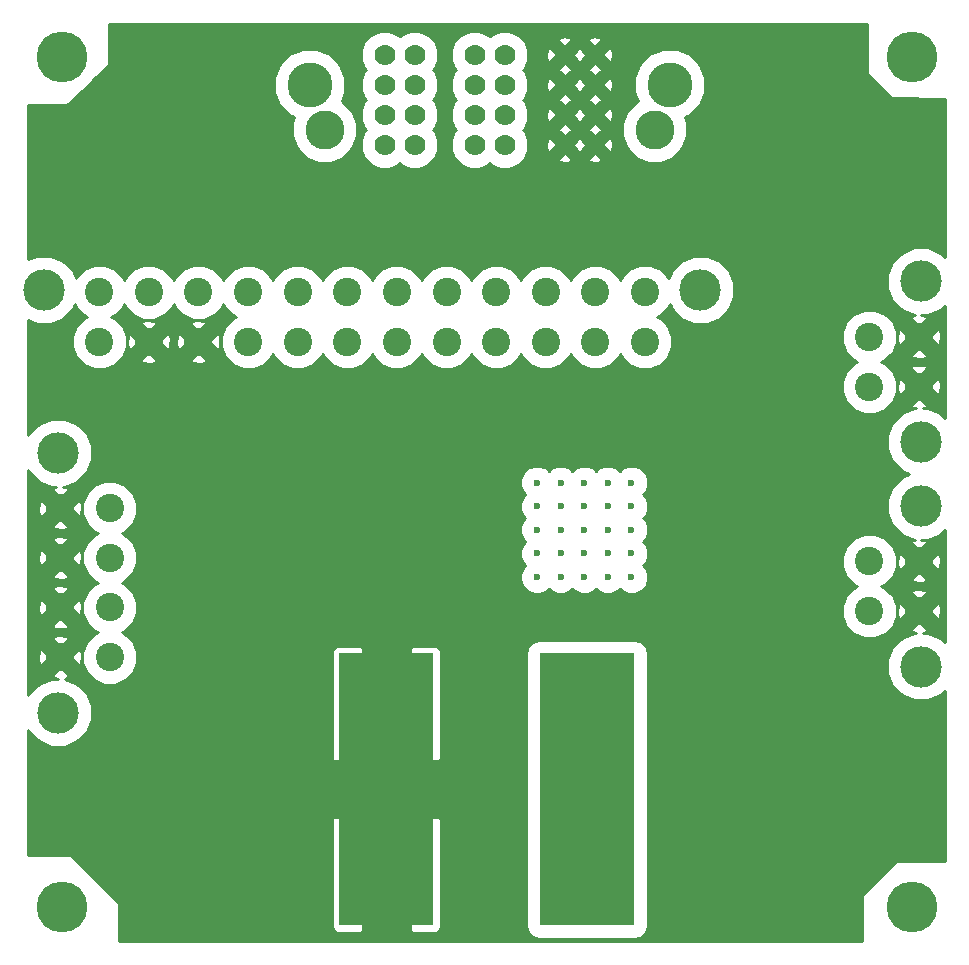
<source format=gbr>
G04 #@! TF.GenerationSoftware,KiCad,Pcbnew,(5.0.1)-3*
G04 #@! TF.CreationDate,2020-07-01T10:05:03+02:00*
G04 #@! TF.ProjectId,alim winterfell,616C696D2077696E74657266656C6C2E,rev?*
G04 #@! TF.SameCoordinates,PX632eb2cPY5b8d544*
G04 #@! TF.FileFunction,Copper,L2,Bot,Signal*
G04 #@! TF.FilePolarity,Positive*
%FSLAX46Y46*%
G04 Gerber Fmt 4.6, Leading zero omitted, Abs format (unit mm)*
G04 Created by KiCad (PCBNEW (5.0.1)-3) date 01/07/2020 10:05:03*
%MOMM*%
%LPD*%
G01*
G04 APERTURE LIST*
G04 #@! TA.AperFunction,ViaPad*
%ADD10C,0.600000*%
G04 #@! TD*
G04 #@! TA.AperFunction,ComponentPad*
%ADD11C,4.300000*%
G04 #@! TD*
G04 #@! TA.AperFunction,ComponentPad*
%ADD12R,8.000000X23.000000*%
G04 #@! TD*
G04 #@! TA.AperFunction,WasherPad*
%ADD13C,3.500000*%
G04 #@! TD*
G04 #@! TA.AperFunction,ComponentPad*
%ADD14C,2.400000*%
G04 #@! TD*
G04 #@! TA.AperFunction,WasherPad*
%ADD15C,3.810000*%
G04 #@! TD*
G04 #@! TA.AperFunction,WasherPad*
%ADD16C,3.302000*%
G04 #@! TD*
G04 #@! TA.AperFunction,ComponentPad*
%ADD17C,1.778000*%
G04 #@! TD*
G04 #@! TA.AperFunction,ViaPad*
%ADD18C,1.200000*%
G04 #@! TD*
G04 #@! TA.AperFunction,Conductor*
%ADD19C,0.254000*%
G04 #@! TD*
G04 APERTURE END LIST*
D10*
G04 #@! TO.N,GND*
G04 #@! TO.C,REF\002A\002A*
X48257700Y27970300D03*
G04 #@! TD*
G04 #@! TO.N,GND*
G04 #@! TO.C,REF\002A\002A*
X46257700Y27970300D03*
G04 #@! TD*
G04 #@! TO.N,GND*
G04 #@! TO.C,REF\002A\002A*
X44257700Y27970300D03*
G04 #@! TD*
G04 #@! TO.N,GND*
G04 #@! TO.C,REF\002A\002A*
X42257700Y27970300D03*
G04 #@! TD*
G04 #@! TO.N,GND*
G04 #@! TO.C,REF\002A\002A*
X40257700Y27970300D03*
G04 #@! TD*
G04 #@! TO.N,GND*
G04 #@! TO.C,REF\002A\002A*
X48257700Y29970300D03*
G04 #@! TD*
G04 #@! TO.N,GND*
G04 #@! TO.C,REF\002A\002A*
X46257700Y29970300D03*
G04 #@! TD*
G04 #@! TO.N,GND*
G04 #@! TO.C,REF\002A\002A*
X44257700Y29970300D03*
G04 #@! TD*
G04 #@! TO.N,GND*
G04 #@! TO.C,REF\002A\002A*
X42257700Y29970300D03*
G04 #@! TD*
G04 #@! TO.N,GND*
G04 #@! TO.C,REF\002A\002A*
X40257700Y29970300D03*
G04 #@! TD*
G04 #@! TO.N,GND*
G04 #@! TO.C,REF\002A\002A*
X48257700Y31970300D03*
G04 #@! TD*
G04 #@! TO.N,GND*
G04 #@! TO.C,REF\002A\002A*
X46257700Y31970300D03*
G04 #@! TD*
G04 #@! TO.N,GND*
G04 #@! TO.C,REF\002A\002A*
X44257700Y31970300D03*
G04 #@! TD*
G04 #@! TO.N,GND*
G04 #@! TO.C,REF\002A\002A*
X42257700Y31970300D03*
G04 #@! TD*
G04 #@! TO.N,GND*
G04 #@! TO.C,REF\002A\002A*
X40257700Y31970300D03*
G04 #@! TD*
G04 #@! TO.N,GND*
G04 #@! TO.C,REF\002A\002A*
X48257700Y33970300D03*
G04 #@! TD*
G04 #@! TO.N,GND*
G04 #@! TO.C,REF\002A\002A*
X46257700Y33970300D03*
G04 #@! TD*
G04 #@! TO.N,GND*
G04 #@! TO.C,REF\002A\002A*
X44257700Y33970300D03*
G04 #@! TD*
G04 #@! TO.N,GND*
G04 #@! TO.C,REF\002A\002A*
X42257700Y33970300D03*
G04 #@! TD*
G04 #@! TO.N,GND*
G04 #@! TO.C,REF\002A\002A*
X40257700Y33970300D03*
G04 #@! TD*
G04 #@! TO.N,GND*
G04 #@! TO.C,REF\002A\002A*
X48257700Y35970300D03*
G04 #@! TD*
G04 #@! TO.N,GND*
G04 #@! TO.C,REF\002A\002A*
X46257700Y35970300D03*
G04 #@! TD*
G04 #@! TO.N,GND*
G04 #@! TO.C,REF\002A\002A*
X44257700Y35970300D03*
G04 #@! TD*
G04 #@! TO.N,GND*
G04 #@! TO.C,REF\002A\002A*
X42257700Y35970300D03*
G04 #@! TD*
G04 #@! TO.N,+12V*
G04 #@! TO.C,REF\002A\002A*
X17046500Y5494900D03*
G04 #@! TD*
G04 #@! TO.N,+12V*
G04 #@! TO.C,REF\002A\002A*
X15046500Y5494900D03*
G04 #@! TD*
G04 #@! TO.N,+12V*
G04 #@! TO.C,REF\002A\002A*
X13046500Y5494900D03*
G04 #@! TD*
G04 #@! TO.N,+12V*
G04 #@! TO.C,REF\002A\002A*
X11046500Y5494900D03*
G04 #@! TD*
G04 #@! TO.N,+12V*
G04 #@! TO.C,REF\002A\002A*
X9046500Y5494900D03*
G04 #@! TD*
G04 #@! TO.N,+12V*
G04 #@! TO.C,REF\002A\002A*
X17046500Y7494900D03*
G04 #@! TD*
G04 #@! TO.N,+12V*
G04 #@! TO.C,REF\002A\002A*
X15046500Y7494900D03*
G04 #@! TD*
G04 #@! TO.N,+12V*
G04 #@! TO.C,REF\002A\002A*
X13046500Y7494900D03*
G04 #@! TD*
G04 #@! TO.N,+12V*
G04 #@! TO.C,REF\002A\002A*
X11046500Y7494900D03*
G04 #@! TD*
G04 #@! TO.N,+12V*
G04 #@! TO.C,REF\002A\002A*
X9046500Y7494900D03*
G04 #@! TD*
G04 #@! TO.N,+12V*
G04 #@! TO.C,REF\002A\002A*
X17046500Y9494900D03*
G04 #@! TD*
G04 #@! TO.N,+12V*
G04 #@! TO.C,REF\002A\002A*
X15046500Y9494900D03*
G04 #@! TD*
G04 #@! TO.N,+12V*
G04 #@! TO.C,REF\002A\002A*
X13046500Y9494900D03*
G04 #@! TD*
G04 #@! TO.N,+12V*
G04 #@! TO.C,REF\002A\002A*
X11046500Y9494900D03*
G04 #@! TD*
G04 #@! TO.N,+12V*
G04 #@! TO.C,REF\002A\002A*
X9046500Y9494900D03*
G04 #@! TD*
G04 #@! TO.N,+12V*
G04 #@! TO.C,REF\002A\002A*
X17046500Y11494900D03*
G04 #@! TD*
G04 #@! TO.N,+12V*
G04 #@! TO.C,REF\002A\002A*
X15046500Y11494900D03*
G04 #@! TD*
G04 #@! TO.N,+12V*
G04 #@! TO.C,REF\002A\002A*
X13046500Y11494900D03*
G04 #@! TD*
G04 #@! TO.N,+12V*
G04 #@! TO.C,REF\002A\002A*
X11046500Y11494900D03*
G04 #@! TD*
G04 #@! TO.N,+12V*
G04 #@! TO.C,REF\002A\002A*
X9046500Y11494900D03*
G04 #@! TD*
G04 #@! TO.N,+12V*
G04 #@! TO.C,REF\002A\002A*
X17046500Y13494900D03*
G04 #@! TD*
G04 #@! TO.N,+12V*
G04 #@! TO.C,REF\002A\002A*
X15046500Y13494900D03*
G04 #@! TD*
G04 #@! TO.N,+12V*
G04 #@! TO.C,REF\002A\002A*
X13046500Y13494900D03*
G04 #@! TD*
G04 #@! TO.N,+12V*
G04 #@! TO.C,REF\002A\002A*
X11046500Y13494900D03*
G04 #@! TD*
D11*
G04 #@! TO.P,TP1,1*
G04 #@! TO.N,GND*
X12400Y-700D03*
G04 #@! TD*
G04 #@! TO.P,TP2,1*
G04 #@! TO.N,GND*
X72012400Y-700D03*
G04 #@! TD*
G04 #@! TO.P,TP3,1*
G04 #@! TO.N,GND*
X72012400Y71999300D03*
G04 #@! TD*
G04 #@! TO.P,TP4,1*
G04 #@! TO.N,GND*
X12400Y71999300D03*
G04 #@! TD*
D10*
G04 #@! TO.N,+12V*
G04 #@! TO.C,REF\002A\002A*
X9046500Y13494900D03*
G04 #@! TD*
G04 #@! TO.N,GND*
G04 #@! TO.C,REF\002A\002A*
X40257700Y35970300D03*
G04 #@! TD*
D12*
G04 #@! TO.P,TP5,1*
G04 #@! TO.N,+12V*
X27499700Y9999300D03*
G04 #@! TD*
G04 #@! TO.P,TP6,1*
G04 #@! TO.N,GND*
X44499700Y9999300D03*
G04 #@! TD*
D13*
G04 #@! TO.P,J4,*
G04 #@! TO.N,*
X54099700Y52299300D03*
X-1500300Y52299300D03*
D14*
G04 #@! TO.P,J4,1*
G04 #@! TO.N,Net-(J4-Pad1)*
X49399700Y47899300D03*
G04 #@! TO.P,J4,2*
G04 #@! TO.N,Net-(J4-Pad2)*
X45199700Y47899300D03*
G04 #@! TO.P,J4,3*
G04 #@! TO.N,GND*
X40999700Y47899300D03*
G04 #@! TO.P,J4,4*
G04 #@! TO.N,Net-(J4-Pad4)*
X36799700Y47899300D03*
G04 #@! TO.P,J4,5*
G04 #@! TO.N,GND*
X32599700Y47899300D03*
G04 #@! TO.P,J4,6*
G04 #@! TO.N,Net-(J4-Pad6)*
X28399700Y47899300D03*
G04 #@! TO.P,J4,7*
G04 #@! TO.N,GND*
X24199700Y47899300D03*
G04 #@! TO.P,J4,8*
G04 #@! TO.N,Net-(J4-Pad8)*
X19999700Y47899300D03*
G04 #@! TO.P,J4,9*
G04 #@! TO.N,Net-(J4-Pad9)*
X15799700Y47899300D03*
G04 #@! TO.P,J4,10*
G04 #@! TO.N,+12V*
X11599700Y47899300D03*
G04 #@! TO.P,J4,11*
X7399700Y47899300D03*
G04 #@! TO.P,J4,12*
G04 #@! TO.N,Net-(J4-Pad12)*
X3199700Y47899300D03*
G04 #@! TO.P,J4,13*
G04 #@! TO.N,Net-(J4-Pad13)*
X49399700Y52099300D03*
G04 #@! TO.P,J4,14*
G04 #@! TO.N,Net-(J4-Pad14)*
X45199700Y52099300D03*
G04 #@! TO.P,J4,15*
G04 #@! TO.N,GND*
X40999700Y52099300D03*
G04 #@! TO.P,J4,16*
X36799700Y52099300D03*
G04 #@! TO.P,J4,17*
X32599700Y52099300D03*
G04 #@! TO.P,J4,18*
X28399700Y52099300D03*
G04 #@! TO.P,J4,19*
X24199700Y52099300D03*
G04 #@! TO.P,J4,20*
G04 #@! TO.N,Net-(J4-Pad20)*
X19999700Y52099300D03*
G04 #@! TO.P,J4,21*
G04 #@! TO.N,Net-(J4-Pad21)*
X15799700Y52099300D03*
G04 #@! TO.P,J4,22*
G04 #@! TO.N,Net-(J4-Pad22)*
X11599700Y52099300D03*
G04 #@! TO.P,J4,23*
G04 #@! TO.N,Net-(J4-Pad23)*
X7399700Y52099300D03*
G04 #@! TO.P,J4,24*
G04 #@! TO.N,GND*
X3199700Y52099300D03*
G04 #@! TD*
D15*
G04 #@! TO.P,J5,*
G04 #@! TO.N,*
X51494380Y69649300D03*
X21014380Y69649300D03*
D16*
X50224380Y65839300D03*
X22284380Y65839300D03*
D17*
G04 #@! TO.P,J5,1*
G04 #@! TO.N,GND*
X27364380Y72189300D03*
G04 #@! TO.P,J5,9*
G04 #@! TO.N,Net-(J5-Pad9)*
X34984380Y72189300D03*
G04 #@! TO.P,J5,17*
G04 #@! TO.N,+12V*
X42604380Y72189300D03*
G04 #@! TO.P,J5,2*
G04 #@! TO.N,GND*
X27364380Y69649300D03*
G04 #@! TO.P,J5,3*
X27364380Y67109300D03*
G04 #@! TO.P,J5,4*
X27364380Y64569300D03*
G04 #@! TO.P,J5,5*
X29904380Y72189300D03*
G04 #@! TO.P,J5,6*
X29904380Y69649300D03*
G04 #@! TO.P,J5,7*
X29904380Y67109300D03*
G04 #@! TO.P,J5,8*
X29904380Y64569300D03*
G04 #@! TO.P,J5,10*
G04 #@! TO.N,Net-(J5-Pad10)*
X34984380Y69649300D03*
G04 #@! TO.P,J5,11*
G04 #@! TO.N,Net-(J5-Pad11)*
X34984380Y67109300D03*
G04 #@! TO.P,J5,12*
G04 #@! TO.N,Net-(J5-Pad12)*
X34984380Y64569300D03*
G04 #@! TO.P,J5,13*
G04 #@! TO.N,Net-(J5-Pad13)*
X37524380Y72189300D03*
G04 #@! TO.P,J5,14*
G04 #@! TO.N,Net-(J5-Pad14)*
X37524380Y69649300D03*
G04 #@! TO.P,J5,15*
G04 #@! TO.N,Net-(J5-Pad15)*
X37524380Y67109300D03*
G04 #@! TO.P,J5,16*
G04 #@! TO.N,Net-(J5-Pad16)*
X37524380Y64569300D03*
G04 #@! TO.P,J5,18*
G04 #@! TO.N,+12V*
X42604380Y69649300D03*
G04 #@! TO.P,J5,19*
X42604380Y67109300D03*
G04 #@! TO.P,J5,20*
X42604380Y64569300D03*
G04 #@! TO.P,J5,21*
X45144380Y72189300D03*
G04 #@! TO.P,J5,22*
X45144380Y69649300D03*
G04 #@! TO.P,J5,23*
X45144380Y67109300D03*
G04 #@! TO.P,J5,24*
X45144380Y64569300D03*
G04 #@! TD*
D14*
G04 #@! TO.P,J1,4*
G04 #@! TO.N,+12V*
X72599700Y29299300D03*
G04 #@! TO.P,J1,3*
X72599700Y25099300D03*
G04 #@! TO.P,J1,2*
G04 #@! TO.N,GND*
X68399700Y29299300D03*
G04 #@! TO.P,J1,1*
X68399700Y25099300D03*
D13*
G04 #@! TO.P,J1,*
G04 #@! TO.N,*
X72790700Y33999300D03*
X72790700Y20399300D03*
G04 #@! TD*
G04 #@! TO.P,J2,*
G04 #@! TO.N,*
X72790700Y39399300D03*
X72790700Y52999300D03*
D14*
G04 #@! TO.P,J2,1*
G04 #@! TO.N,GND*
X68399700Y44099300D03*
G04 #@! TO.P,J2,2*
X68399700Y48299300D03*
G04 #@! TO.P,J2,3*
G04 #@! TO.N,+12V*
X72599700Y44099300D03*
G04 #@! TO.P,J2,4*
X72599700Y48299300D03*
G04 #@! TD*
G04 #@! TO.P,J3,1*
G04 #@! TO.N,GND*
X4099700Y33799300D03*
G04 #@! TO.P,J3,2*
X4099700Y29599300D03*
G04 #@! TO.P,J3,3*
X4099700Y25399300D03*
G04 #@! TO.P,J3,4*
X4099700Y21199300D03*
G04 #@! TO.P,J3,5*
G04 #@! TO.N,+12V*
X-100300Y33799300D03*
G04 #@! TO.P,J3,6*
X-100300Y29599300D03*
G04 #@! TO.P,J3,7*
X-100300Y25399300D03*
G04 #@! TO.P,J3,8*
X-100300Y21199300D03*
D13*
G04 #@! TO.P,J3,*
G04 #@! TO.N,*
X-291300Y38499300D03*
X-291300Y16499300D03*
G04 #@! TD*
D18*
G04 #@! TO.N,+12V*
X33197800Y31343600D03*
G04 #@! TD*
D19*
G04 #@! TO.N,+12V*
G36*
X68237118Y70546348D02*
X68247608Y70497918D01*
X68274297Y70458697D01*
X70204697Y68528297D01*
X70245899Y68500767D01*
X70293851Y68491102D01*
X74797701Y68468084D01*
X74797701Y55060992D01*
X74420390Y55438303D01*
X73362971Y55876300D01*
X72218429Y55876300D01*
X71161010Y55438303D01*
X70351697Y54628990D01*
X69913700Y53571571D01*
X69913700Y52427029D01*
X70351697Y51369610D01*
X71161010Y50560297D01*
X72218429Y50122300D01*
X72227694Y50122300D01*
X72043477Y50085657D01*
X71890026Y49857502D01*
X72599700Y49147828D01*
X73309374Y49857502D01*
X73155923Y50085657D01*
X72809912Y50122300D01*
X73362971Y50122300D01*
X74420390Y50560297D01*
X74797701Y50937608D01*
X74797701Y41460992D01*
X74420390Y41838303D01*
X73362971Y42276300D01*
X72971706Y42276300D01*
X73155923Y42312943D01*
X73309374Y42541098D01*
X72599700Y43250772D01*
X71890026Y42541098D01*
X72043477Y42312943D01*
X72389488Y42276300D01*
X72218429Y42276300D01*
X71161010Y41838303D01*
X70351697Y41028990D01*
X69913700Y39971571D01*
X69913700Y38827029D01*
X70351697Y37769610D01*
X71161010Y36960297D01*
X71791113Y36699300D01*
X71161010Y36438303D01*
X70351697Y35628990D01*
X69913700Y34571571D01*
X69913700Y33427029D01*
X70351697Y32369610D01*
X71161010Y31560297D01*
X72218429Y31122300D01*
X72227694Y31122300D01*
X72043477Y31085657D01*
X71890026Y30857502D01*
X72599700Y30147828D01*
X73309374Y30857502D01*
X73155923Y31085657D01*
X72809912Y31122300D01*
X73362971Y31122300D01*
X74420390Y31560297D01*
X74797700Y31937607D01*
X74797700Y22460993D01*
X74420390Y22838303D01*
X73362971Y23276300D01*
X72971706Y23276300D01*
X73155923Y23312943D01*
X73309374Y23541098D01*
X72599700Y24250772D01*
X71890026Y23541098D01*
X72043477Y23312943D01*
X72389488Y23276300D01*
X72218429Y23276300D01*
X71161010Y22838303D01*
X70351697Y22028990D01*
X69913700Y20971571D01*
X69913700Y19827029D01*
X70351697Y18769610D01*
X71161010Y17960297D01*
X72218429Y17522300D01*
X73362971Y17522300D01*
X74420390Y17960297D01*
X74797700Y18337607D01*
X74797700Y3954780D01*
X70744080Y3954780D01*
X70695479Y3945113D01*
X70654277Y3917583D01*
X67794237Y1057543D01*
X67766707Y1016341D01*
X67757040Y967740D01*
X67757040Y-2798700D01*
X4902200Y-2798700D01*
X4902200Y294640D01*
X4892533Y343241D01*
X4865003Y384443D01*
X816243Y4433203D01*
X775041Y4460733D01*
X726440Y4470400D01*
X-2798300Y4470400D01*
X-2798300Y7467550D01*
X22864700Y7467550D01*
X22864700Y-1627010D01*
X22961373Y-1860399D01*
X23140002Y-2039027D01*
X23373391Y-2135700D01*
X25340950Y-2135700D01*
X25499700Y-1976950D01*
X25499700Y7626300D01*
X29499700Y7626300D01*
X29499700Y-1976950D01*
X29658450Y-2135700D01*
X31626009Y-2135700D01*
X31859398Y-2039027D01*
X32038027Y-1860399D01*
X32134700Y-1627010D01*
X32134700Y7467550D01*
X31975950Y7626300D01*
X29499700Y7626300D01*
X25499700Y7626300D01*
X23023450Y7626300D01*
X22864700Y7467550D01*
X-2798300Y7467550D01*
X-2798300Y15033769D01*
X-2730303Y14869610D01*
X-1920990Y14060297D01*
X-863571Y13622300D01*
X280971Y13622300D01*
X1338390Y14060297D01*
X2147703Y14869610D01*
X2585700Y15927029D01*
X2585700Y17071571D01*
X2147703Y18128990D01*
X1338390Y18938303D01*
X280971Y19376300D01*
X271706Y19376300D01*
X455923Y19412943D01*
X609374Y19641098D01*
X-100300Y20350772D01*
X-809974Y19641098D01*
X-656523Y19412943D01*
X-310512Y19376300D01*
X-863571Y19376300D01*
X-1920990Y18938303D01*
X-2730303Y18128990D01*
X-2798300Y17964831D01*
X-2798300Y21029574D01*
X-1963536Y21029574D01*
X-1886657Y20643077D01*
X-1658502Y20489626D01*
X-948828Y21199300D01*
X748228Y21199300D01*
X1457902Y20489626D01*
X1686057Y20643077D01*
X1762936Y21369026D01*
X1686057Y21755523D01*
X1457902Y21908974D01*
X748228Y21199300D01*
X-948828Y21199300D01*
X-1658502Y21908974D01*
X-1886657Y21755523D01*
X-1963536Y21029574D01*
X-2798300Y21029574D01*
X-2798300Y22757502D01*
X-809974Y22757502D01*
X-100300Y22047828D01*
X609374Y22757502D01*
X455923Y22985657D01*
X-270026Y23062536D01*
X-656523Y22985657D01*
X-809974Y22757502D01*
X-2798300Y22757502D01*
X-2798300Y23841098D01*
X-809974Y23841098D01*
X-656523Y23612943D01*
X69426Y23536064D01*
X455923Y23612943D01*
X609374Y23841098D01*
X-100300Y24550772D01*
X-809974Y23841098D01*
X-2798300Y23841098D01*
X-2798300Y25229574D01*
X-1963536Y25229574D01*
X-1886657Y24843077D01*
X-1658502Y24689626D01*
X-948828Y25399300D01*
X748228Y25399300D01*
X1457902Y24689626D01*
X1686057Y24843077D01*
X1762936Y25569026D01*
X1686057Y25955523D01*
X1457902Y26108974D01*
X748228Y25399300D01*
X-948828Y25399300D01*
X-1658502Y26108974D01*
X-1886657Y25955523D01*
X-1963536Y25229574D01*
X-2798300Y25229574D01*
X-2798300Y26957502D01*
X-809974Y26957502D01*
X-100300Y26247828D01*
X609374Y26957502D01*
X455923Y27185657D01*
X-270026Y27262536D01*
X-656523Y27185657D01*
X-809974Y26957502D01*
X-2798300Y26957502D01*
X-2798300Y28041098D01*
X-809974Y28041098D01*
X-656523Y27812943D01*
X69426Y27736064D01*
X455923Y27812943D01*
X609374Y28041098D01*
X-100300Y28750772D01*
X-809974Y28041098D01*
X-2798300Y28041098D01*
X-2798300Y29429574D01*
X-1963536Y29429574D01*
X-1886657Y29043077D01*
X-1658502Y28889626D01*
X-948828Y29599300D01*
X748228Y29599300D01*
X1457902Y28889626D01*
X1686057Y29043077D01*
X1762936Y29769026D01*
X1686057Y30155523D01*
X1457902Y30308974D01*
X748228Y29599300D01*
X-948828Y29599300D01*
X-1658502Y30308974D01*
X-1886657Y30155523D01*
X-1963536Y29429574D01*
X-2798300Y29429574D01*
X-2798300Y31157502D01*
X-809974Y31157502D01*
X-100300Y30447828D01*
X609374Y31157502D01*
X455923Y31385657D01*
X-270026Y31462536D01*
X-656523Y31385657D01*
X-809974Y31157502D01*
X-2798300Y31157502D01*
X-2798300Y32241098D01*
X-809974Y32241098D01*
X-656523Y32012943D01*
X69426Y31936064D01*
X455923Y32012943D01*
X609374Y32241098D01*
X-100300Y32950772D01*
X-809974Y32241098D01*
X-2798300Y32241098D01*
X-2798300Y33629574D01*
X-1963536Y33629574D01*
X-1886657Y33243077D01*
X-1658502Y33089626D01*
X-948828Y33799300D01*
X748228Y33799300D01*
X1457902Y33089626D01*
X1686057Y33243077D01*
X1762936Y33969026D01*
X1704627Y34262169D01*
X1772700Y34262169D01*
X1772700Y33336431D01*
X2126964Y32481160D01*
X2781560Y31826564D01*
X3088803Y31699300D01*
X2781560Y31572036D01*
X2126964Y30917440D01*
X1772700Y30062169D01*
X1772700Y29136431D01*
X2126964Y28281160D01*
X2781560Y27626564D01*
X3088803Y27499300D01*
X2781560Y27372036D01*
X2126964Y26717440D01*
X1772700Y25862169D01*
X1772700Y24936431D01*
X2126964Y24081160D01*
X2781560Y23426564D01*
X3088803Y23299300D01*
X2781560Y23172036D01*
X2126964Y22517440D01*
X1772700Y21662169D01*
X1772700Y20736431D01*
X2126964Y19881160D01*
X2781560Y19226564D01*
X3636831Y18872300D01*
X4562569Y18872300D01*
X5417840Y19226564D01*
X6072436Y19881160D01*
X6426700Y20736431D01*
X6426700Y21625610D01*
X22864700Y21625610D01*
X22864700Y12531050D01*
X23023450Y12372300D01*
X25499700Y12372300D01*
X25499700Y21975550D01*
X29499700Y21975550D01*
X29499700Y12372300D01*
X31975950Y12372300D01*
X32134700Y12531050D01*
X32134700Y21499300D01*
X39350621Y21499300D01*
X39350621Y-1500700D01*
X39438089Y-1940433D01*
X39687178Y-2313222D01*
X40059967Y-2562311D01*
X40499700Y-2649779D01*
X48499700Y-2649779D01*
X48939433Y-2562311D01*
X49312222Y-2313222D01*
X49561311Y-1940433D01*
X49648779Y-1500700D01*
X49648779Y21499300D01*
X49561311Y21939033D01*
X49312222Y22311822D01*
X48939433Y22560911D01*
X48499700Y22648379D01*
X40499700Y22648379D01*
X40059967Y22560911D01*
X39687178Y22311822D01*
X39438089Y21939033D01*
X39350621Y21499300D01*
X32134700Y21499300D01*
X32134700Y21625610D01*
X32038027Y21858999D01*
X31859398Y22037627D01*
X31626009Y22134300D01*
X29658450Y22134300D01*
X29499700Y21975550D01*
X25499700Y21975550D01*
X25340950Y22134300D01*
X23373391Y22134300D01*
X23140002Y22037627D01*
X22961373Y21858999D01*
X22864700Y21625610D01*
X6426700Y21625610D01*
X6426700Y21662169D01*
X6072436Y22517440D01*
X5417840Y23172036D01*
X5110597Y23299300D01*
X5417840Y23426564D01*
X6072436Y24081160D01*
X6426700Y24936431D01*
X6426700Y25862169D01*
X6072436Y26717440D01*
X5417840Y27372036D01*
X5110597Y27499300D01*
X5417840Y27626564D01*
X6072436Y28281160D01*
X6426700Y29136431D01*
X6426700Y30062169D01*
X6072436Y30917440D01*
X5417840Y31572036D01*
X5110597Y31699300D01*
X5417840Y31826564D01*
X6072436Y32481160D01*
X6426700Y33336431D01*
X6426700Y34262169D01*
X6072436Y35117440D01*
X5417840Y35772036D01*
X4562569Y36126300D01*
X3636831Y36126300D01*
X2781560Y35772036D01*
X2126964Y35117440D01*
X1772700Y34262169D01*
X1704627Y34262169D01*
X1686057Y34355523D01*
X1457902Y34508974D01*
X748228Y33799300D01*
X-948828Y33799300D01*
X-1658502Y34508974D01*
X-1886657Y34355523D01*
X-1963536Y33629574D01*
X-2798300Y33629574D01*
X-2798300Y37033769D01*
X-2730303Y36869610D01*
X-1920990Y36060297D01*
X-863571Y35622300D01*
X-472306Y35622300D01*
X-656523Y35585657D01*
X-809974Y35357502D01*
X-100300Y34647828D01*
X609374Y35357502D01*
X455923Y35585657D01*
X109912Y35622300D01*
X280971Y35622300D01*
X1338390Y36060297D01*
X1532241Y36254148D01*
X38830700Y36254148D01*
X38830700Y35686452D01*
X39047947Y35161969D01*
X39239616Y34970300D01*
X39047947Y34778631D01*
X38830700Y34254148D01*
X38830700Y33686452D01*
X39047947Y33161969D01*
X39239616Y32970300D01*
X39047947Y32778631D01*
X38830700Y32254148D01*
X38830700Y31686452D01*
X39047947Y31161969D01*
X39239616Y30970300D01*
X39047947Y30778631D01*
X38830700Y30254148D01*
X38830700Y29686452D01*
X39047947Y29161969D01*
X39239616Y28970300D01*
X39047947Y28778631D01*
X38830700Y28254148D01*
X38830700Y27686452D01*
X39047947Y27161969D01*
X39449369Y26760547D01*
X39973852Y26543300D01*
X40541548Y26543300D01*
X41066031Y26760547D01*
X41257700Y26952216D01*
X41449369Y26760547D01*
X41973852Y26543300D01*
X42541548Y26543300D01*
X43066031Y26760547D01*
X43257700Y26952216D01*
X43449369Y26760547D01*
X43973852Y26543300D01*
X44541548Y26543300D01*
X45066031Y26760547D01*
X45257700Y26952216D01*
X45449369Y26760547D01*
X45973852Y26543300D01*
X46541548Y26543300D01*
X47066031Y26760547D01*
X47257700Y26952216D01*
X47449369Y26760547D01*
X47973852Y26543300D01*
X48541548Y26543300D01*
X49066031Y26760547D01*
X49467453Y27161969D01*
X49684700Y27686452D01*
X49684700Y28254148D01*
X49467453Y28778631D01*
X49275784Y28970300D01*
X49467453Y29161969D01*
X49684700Y29686452D01*
X49684700Y29762169D01*
X66072700Y29762169D01*
X66072700Y28836431D01*
X66426964Y27981160D01*
X67081560Y27326564D01*
X67388803Y27199300D01*
X67081560Y27072036D01*
X66426964Y26417440D01*
X66072700Y25562169D01*
X66072700Y24636431D01*
X66426964Y23781160D01*
X67081560Y23126564D01*
X67936831Y22772300D01*
X68862569Y22772300D01*
X69717840Y23126564D01*
X70372436Y23781160D01*
X70726700Y24636431D01*
X70726700Y24929574D01*
X70736464Y24929574D01*
X70813343Y24543077D01*
X71041498Y24389626D01*
X71751172Y25099300D01*
X73448228Y25099300D01*
X74157902Y24389626D01*
X74386057Y24543077D01*
X74462936Y25269026D01*
X74386057Y25655523D01*
X74157902Y25808974D01*
X73448228Y25099300D01*
X71751172Y25099300D01*
X71041498Y25808974D01*
X70813343Y25655523D01*
X70736464Y24929574D01*
X70726700Y24929574D01*
X70726700Y25562169D01*
X70372436Y26417440D01*
X70132374Y26657502D01*
X71890026Y26657502D01*
X72599700Y25947828D01*
X73309374Y26657502D01*
X73155923Y26885657D01*
X72429974Y26962536D01*
X72043477Y26885657D01*
X71890026Y26657502D01*
X70132374Y26657502D01*
X69717840Y27072036D01*
X69410597Y27199300D01*
X69717840Y27326564D01*
X70132374Y27741098D01*
X71890026Y27741098D01*
X72043477Y27512943D01*
X72769426Y27436064D01*
X73155923Y27512943D01*
X73309374Y27741098D01*
X72599700Y28450772D01*
X71890026Y27741098D01*
X70132374Y27741098D01*
X70372436Y27981160D01*
X70726700Y28836431D01*
X70726700Y29129574D01*
X70736464Y29129574D01*
X70813343Y28743077D01*
X71041498Y28589626D01*
X71751172Y29299300D01*
X73448228Y29299300D01*
X74157902Y28589626D01*
X74386057Y28743077D01*
X74462936Y29469026D01*
X74386057Y29855523D01*
X74157902Y30008974D01*
X73448228Y29299300D01*
X71751172Y29299300D01*
X71041498Y30008974D01*
X70813343Y29855523D01*
X70736464Y29129574D01*
X70726700Y29129574D01*
X70726700Y29762169D01*
X70372436Y30617440D01*
X69717840Y31272036D01*
X68862569Y31626300D01*
X67936831Y31626300D01*
X67081560Y31272036D01*
X66426964Y30617440D01*
X66072700Y29762169D01*
X49684700Y29762169D01*
X49684700Y30254148D01*
X49467453Y30778631D01*
X49275784Y30970300D01*
X49467453Y31161969D01*
X49684700Y31686452D01*
X49684700Y32254148D01*
X49467453Y32778631D01*
X49275784Y32970300D01*
X49467453Y33161969D01*
X49684700Y33686452D01*
X49684700Y34254148D01*
X49467453Y34778631D01*
X49275784Y34970300D01*
X49467453Y35161969D01*
X49684700Y35686452D01*
X49684700Y36254148D01*
X49467453Y36778631D01*
X49066031Y37180053D01*
X48541548Y37397300D01*
X47973852Y37397300D01*
X47449369Y37180053D01*
X47257700Y36988384D01*
X47066031Y37180053D01*
X46541548Y37397300D01*
X45973852Y37397300D01*
X45449369Y37180053D01*
X45257700Y36988384D01*
X45066031Y37180053D01*
X44541548Y37397300D01*
X43973852Y37397300D01*
X43449369Y37180053D01*
X43257700Y36988384D01*
X43066031Y37180053D01*
X42541548Y37397300D01*
X41973852Y37397300D01*
X41449369Y37180053D01*
X41257700Y36988384D01*
X41066031Y37180053D01*
X40541548Y37397300D01*
X39973852Y37397300D01*
X39449369Y37180053D01*
X39047947Y36778631D01*
X38830700Y36254148D01*
X1532241Y36254148D01*
X2147703Y36869610D01*
X2585700Y37927029D01*
X2585700Y39071571D01*
X2147703Y40128990D01*
X1338390Y40938303D01*
X280971Y41376300D01*
X-863571Y41376300D01*
X-1920990Y40938303D01*
X-2730303Y40128990D01*
X-2798300Y39964831D01*
X-2798300Y49722907D01*
X-2072571Y49422300D01*
X-928029Y49422300D01*
X129390Y49860297D01*
X938703Y50669610D01*
X1105936Y51073347D01*
X1226964Y50781160D01*
X1881560Y50126564D01*
X2188803Y49999300D01*
X1881560Y49872036D01*
X1226964Y49217440D01*
X872700Y48362169D01*
X872700Y47436431D01*
X1226964Y46581160D01*
X1881560Y45926564D01*
X2736831Y45572300D01*
X3662569Y45572300D01*
X4517840Y45926564D01*
X4932374Y46341098D01*
X6690026Y46341098D01*
X6843477Y46112943D01*
X7569426Y46036064D01*
X7955923Y46112943D01*
X8109374Y46341098D01*
X10890026Y46341098D01*
X11043477Y46112943D01*
X11769426Y46036064D01*
X12155923Y46112943D01*
X12309374Y46341098D01*
X11599700Y47050772D01*
X10890026Y46341098D01*
X8109374Y46341098D01*
X7399700Y47050772D01*
X6690026Y46341098D01*
X4932374Y46341098D01*
X5172436Y46581160D01*
X5526700Y47436431D01*
X5526700Y47729574D01*
X5536464Y47729574D01*
X5613343Y47343077D01*
X5841498Y47189626D01*
X6551172Y47899300D01*
X8248228Y47899300D01*
X8957902Y47189626D01*
X9186057Y47343077D01*
X9226987Y47729574D01*
X9736464Y47729574D01*
X9813343Y47343077D01*
X10041498Y47189626D01*
X10751172Y47899300D01*
X12448228Y47899300D01*
X13157902Y47189626D01*
X13386057Y47343077D01*
X13462936Y48069026D01*
X13386057Y48455523D01*
X13157902Y48608974D01*
X12448228Y47899300D01*
X10751172Y47899300D01*
X10041498Y48608974D01*
X9813343Y48455523D01*
X9736464Y47729574D01*
X9226987Y47729574D01*
X9262936Y48069026D01*
X9186057Y48455523D01*
X8957902Y48608974D01*
X8248228Y47899300D01*
X6551172Y47899300D01*
X5841498Y48608974D01*
X5613343Y48455523D01*
X5536464Y47729574D01*
X5526700Y47729574D01*
X5526700Y48362169D01*
X5172436Y49217440D01*
X4932374Y49457502D01*
X6690026Y49457502D01*
X7399700Y48747828D01*
X8109374Y49457502D01*
X10890026Y49457502D01*
X11599700Y48747828D01*
X12309374Y49457502D01*
X12155923Y49685657D01*
X11429974Y49762536D01*
X11043477Y49685657D01*
X10890026Y49457502D01*
X8109374Y49457502D01*
X7955923Y49685657D01*
X7229974Y49762536D01*
X6843477Y49685657D01*
X6690026Y49457502D01*
X4932374Y49457502D01*
X4517840Y49872036D01*
X4210597Y49999300D01*
X4517840Y50126564D01*
X5172436Y50781160D01*
X5299700Y51088403D01*
X5426964Y50781160D01*
X6081560Y50126564D01*
X6936831Y49772300D01*
X7862569Y49772300D01*
X8717840Y50126564D01*
X9372436Y50781160D01*
X9499700Y51088403D01*
X9626964Y50781160D01*
X10281560Y50126564D01*
X11136831Y49772300D01*
X12062569Y49772300D01*
X12917840Y50126564D01*
X13572436Y50781160D01*
X13699700Y51088403D01*
X13826964Y50781160D01*
X14481560Y50126564D01*
X14788803Y49999300D01*
X14481560Y49872036D01*
X13826964Y49217440D01*
X13472700Y48362169D01*
X13472700Y47436431D01*
X13826964Y46581160D01*
X14481560Y45926564D01*
X15336831Y45572300D01*
X16262569Y45572300D01*
X17117840Y45926564D01*
X17772436Y46581160D01*
X17899700Y46888403D01*
X18026964Y46581160D01*
X18681560Y45926564D01*
X19536831Y45572300D01*
X20462569Y45572300D01*
X21317840Y45926564D01*
X21972436Y46581160D01*
X22099700Y46888403D01*
X22226964Y46581160D01*
X22881560Y45926564D01*
X23736831Y45572300D01*
X24662569Y45572300D01*
X25517840Y45926564D01*
X26172436Y46581160D01*
X26299700Y46888403D01*
X26426964Y46581160D01*
X27081560Y45926564D01*
X27936831Y45572300D01*
X28862569Y45572300D01*
X29717840Y45926564D01*
X30372436Y46581160D01*
X30499700Y46888403D01*
X30626964Y46581160D01*
X31281560Y45926564D01*
X32136831Y45572300D01*
X33062569Y45572300D01*
X33917840Y45926564D01*
X34572436Y46581160D01*
X34699700Y46888403D01*
X34826964Y46581160D01*
X35481560Y45926564D01*
X36336831Y45572300D01*
X37262569Y45572300D01*
X38117840Y45926564D01*
X38772436Y46581160D01*
X38899700Y46888403D01*
X39026964Y46581160D01*
X39681560Y45926564D01*
X40536831Y45572300D01*
X41462569Y45572300D01*
X42317840Y45926564D01*
X42972436Y46581160D01*
X43099700Y46888403D01*
X43226964Y46581160D01*
X43881560Y45926564D01*
X44736831Y45572300D01*
X45662569Y45572300D01*
X46517840Y45926564D01*
X47172436Y46581160D01*
X47299700Y46888403D01*
X47426964Y46581160D01*
X48081560Y45926564D01*
X48936831Y45572300D01*
X49862569Y45572300D01*
X50717840Y45926564D01*
X51372436Y46581160D01*
X51726700Y47436431D01*
X51726700Y48362169D01*
X51561015Y48762169D01*
X66072700Y48762169D01*
X66072700Y47836431D01*
X66426964Y46981160D01*
X67081560Y46326564D01*
X67388803Y46199300D01*
X67081560Y46072036D01*
X66426964Y45417440D01*
X66072700Y44562169D01*
X66072700Y43636431D01*
X66426964Y42781160D01*
X67081560Y42126564D01*
X67936831Y41772300D01*
X68862569Y41772300D01*
X69717840Y42126564D01*
X70372436Y42781160D01*
X70726700Y43636431D01*
X70726700Y43929574D01*
X70736464Y43929574D01*
X70813343Y43543077D01*
X71041498Y43389626D01*
X71751172Y44099300D01*
X73448228Y44099300D01*
X74157902Y43389626D01*
X74386057Y43543077D01*
X74462936Y44269026D01*
X74386057Y44655523D01*
X74157902Y44808974D01*
X73448228Y44099300D01*
X71751172Y44099300D01*
X71041498Y44808974D01*
X70813343Y44655523D01*
X70736464Y43929574D01*
X70726700Y43929574D01*
X70726700Y44562169D01*
X70372436Y45417440D01*
X70132374Y45657502D01*
X71890026Y45657502D01*
X72599700Y44947828D01*
X73309374Y45657502D01*
X73155923Y45885657D01*
X72429974Y45962536D01*
X72043477Y45885657D01*
X71890026Y45657502D01*
X70132374Y45657502D01*
X69717840Y46072036D01*
X69410597Y46199300D01*
X69717840Y46326564D01*
X70132374Y46741098D01*
X71890026Y46741098D01*
X72043477Y46512943D01*
X72769426Y46436064D01*
X73155923Y46512943D01*
X73309374Y46741098D01*
X72599700Y47450772D01*
X71890026Y46741098D01*
X70132374Y46741098D01*
X70372436Y46981160D01*
X70726700Y47836431D01*
X70726700Y48129574D01*
X70736464Y48129574D01*
X70813343Y47743077D01*
X71041498Y47589626D01*
X71751172Y48299300D01*
X73448228Y48299300D01*
X74157902Y47589626D01*
X74386057Y47743077D01*
X74462936Y48469026D01*
X74386057Y48855523D01*
X74157902Y49008974D01*
X73448228Y48299300D01*
X71751172Y48299300D01*
X71041498Y49008974D01*
X70813343Y48855523D01*
X70736464Y48129574D01*
X70726700Y48129574D01*
X70726700Y48762169D01*
X70372436Y49617440D01*
X69717840Y50272036D01*
X68862569Y50626300D01*
X67936831Y50626300D01*
X67081560Y50272036D01*
X66426964Y49617440D01*
X66072700Y48762169D01*
X51561015Y48762169D01*
X51372436Y49217440D01*
X50717840Y49872036D01*
X50410597Y49999300D01*
X50717840Y50126564D01*
X51372436Y50781160D01*
X51493464Y51073347D01*
X51660697Y50669610D01*
X52470010Y49860297D01*
X53527429Y49422300D01*
X54671971Y49422300D01*
X55729390Y49860297D01*
X56538703Y50669610D01*
X56976700Y51727029D01*
X56976700Y52871571D01*
X56538703Y53928990D01*
X55729390Y54738303D01*
X54671971Y55176300D01*
X53527429Y55176300D01*
X52470010Y54738303D01*
X51660697Y53928990D01*
X51410621Y53325253D01*
X51372436Y53417440D01*
X50717840Y54072036D01*
X49862569Y54426300D01*
X48936831Y54426300D01*
X48081560Y54072036D01*
X47426964Y53417440D01*
X47299700Y53110197D01*
X47172436Y53417440D01*
X46517840Y54072036D01*
X45662569Y54426300D01*
X44736831Y54426300D01*
X43881560Y54072036D01*
X43226964Y53417440D01*
X43099700Y53110197D01*
X42972436Y53417440D01*
X42317840Y54072036D01*
X41462569Y54426300D01*
X40536831Y54426300D01*
X39681560Y54072036D01*
X39026964Y53417440D01*
X38899700Y53110197D01*
X38772436Y53417440D01*
X38117840Y54072036D01*
X37262569Y54426300D01*
X36336831Y54426300D01*
X35481560Y54072036D01*
X34826964Y53417440D01*
X34699700Y53110197D01*
X34572436Y53417440D01*
X33917840Y54072036D01*
X33062569Y54426300D01*
X32136831Y54426300D01*
X31281560Y54072036D01*
X30626964Y53417440D01*
X30499700Y53110197D01*
X30372436Y53417440D01*
X29717840Y54072036D01*
X28862569Y54426300D01*
X27936831Y54426300D01*
X27081560Y54072036D01*
X26426964Y53417440D01*
X26299700Y53110197D01*
X26172436Y53417440D01*
X25517840Y54072036D01*
X24662569Y54426300D01*
X23736831Y54426300D01*
X22881560Y54072036D01*
X22226964Y53417440D01*
X22099700Y53110197D01*
X21972436Y53417440D01*
X21317840Y54072036D01*
X20462569Y54426300D01*
X19536831Y54426300D01*
X18681560Y54072036D01*
X18026964Y53417440D01*
X17899700Y53110197D01*
X17772436Y53417440D01*
X17117840Y54072036D01*
X16262569Y54426300D01*
X15336831Y54426300D01*
X14481560Y54072036D01*
X13826964Y53417440D01*
X13699700Y53110197D01*
X13572436Y53417440D01*
X12917840Y54072036D01*
X12062569Y54426300D01*
X11136831Y54426300D01*
X10281560Y54072036D01*
X9626964Y53417440D01*
X9499700Y53110197D01*
X9372436Y53417440D01*
X8717840Y54072036D01*
X7862569Y54426300D01*
X6936831Y54426300D01*
X6081560Y54072036D01*
X5426964Y53417440D01*
X5299700Y53110197D01*
X5172436Y53417440D01*
X4517840Y54072036D01*
X3662569Y54426300D01*
X2736831Y54426300D01*
X1881560Y54072036D01*
X1226964Y53417440D01*
X1188779Y53325253D01*
X938703Y53928990D01*
X129390Y54738303D01*
X-928029Y55176300D01*
X-2072571Y55176300D01*
X-2798300Y54875693D01*
X-2798300Y67947095D01*
X408555Y67937381D01*
X457185Y67946901D01*
X496999Y67972867D01*
X1738056Y69167091D01*
X1868671Y69221194D01*
X2790506Y70143029D01*
X2815850Y70204214D01*
X2865927Y70252402D01*
X17982380Y70252402D01*
X17982380Y69046198D01*
X18443975Y67931810D01*
X19296890Y67078895D01*
X19718598Y66904218D01*
X19506380Y66391879D01*
X19506380Y65286721D01*
X19929306Y64265690D01*
X20710770Y63484226D01*
X21731801Y63061300D01*
X22836959Y63061300D01*
X23857990Y63484226D01*
X24639454Y64265690D01*
X25062380Y65286721D01*
X25062380Y66391879D01*
X24639454Y67412910D01*
X23857990Y68194374D01*
X23717625Y68252515D01*
X24046380Y69046198D01*
X24046380Y70252402D01*
X23584785Y71366790D01*
X22731870Y72219705D01*
X21837159Y72590307D01*
X25348380Y72590307D01*
X25348380Y71788293D01*
X25655298Y71047328D01*
X25783326Y70919300D01*
X25655298Y70791272D01*
X25348380Y70050307D01*
X25348380Y69248293D01*
X25655298Y68507328D01*
X25783326Y68379300D01*
X25655298Y68251272D01*
X25348380Y67510307D01*
X25348380Y66708293D01*
X25655298Y65967328D01*
X25783326Y65839300D01*
X25655298Y65711272D01*
X25348380Y64970307D01*
X25348380Y64168293D01*
X25655298Y63427328D01*
X26222408Y62860218D01*
X26963373Y62553300D01*
X27765387Y62553300D01*
X28506352Y62860218D01*
X28634380Y62988246D01*
X28762408Y62860218D01*
X29503373Y62553300D01*
X30305387Y62553300D01*
X31046352Y62860218D01*
X31613462Y63427328D01*
X31920380Y64168293D01*
X31920380Y64970307D01*
X31613462Y65711272D01*
X31485434Y65839300D01*
X31613462Y65967328D01*
X31920380Y66708293D01*
X31920380Y67510307D01*
X31613462Y68251272D01*
X31485434Y68379300D01*
X31613462Y68507328D01*
X31920380Y69248293D01*
X31920380Y70050307D01*
X31613462Y70791272D01*
X31485434Y70919300D01*
X31613462Y71047328D01*
X31920380Y71788293D01*
X31920380Y72590307D01*
X32968380Y72590307D01*
X32968380Y71788293D01*
X33275298Y71047328D01*
X33403326Y70919300D01*
X33275298Y70791272D01*
X32968380Y70050307D01*
X32968380Y69248293D01*
X33275298Y68507328D01*
X33403326Y68379300D01*
X33275298Y68251272D01*
X32968380Y67510307D01*
X32968380Y66708293D01*
X33275298Y65967328D01*
X33403326Y65839300D01*
X33275298Y65711272D01*
X32968380Y64970307D01*
X32968380Y64168293D01*
X33275298Y63427328D01*
X33842408Y62860218D01*
X34583373Y62553300D01*
X35385387Y62553300D01*
X36126352Y62860218D01*
X36254380Y62988246D01*
X36382408Y62860218D01*
X37123373Y62553300D01*
X37925387Y62553300D01*
X38666352Y62860218D01*
X39126046Y63319912D01*
X41983610Y63319912D01*
X42088821Y63103466D01*
X42689016Y63017750D01*
X43119939Y63103466D01*
X43225150Y63319912D01*
X44523610Y63319912D01*
X44628821Y63103466D01*
X45229016Y63017750D01*
X45659939Y63103466D01*
X45765150Y63319912D01*
X45144380Y63940682D01*
X44523610Y63319912D01*
X43225150Y63319912D01*
X42604380Y63940682D01*
X41983610Y63319912D01*
X39126046Y63319912D01*
X39233462Y63427328D01*
X39540380Y64168293D01*
X39540380Y64484664D01*
X41052830Y64484664D01*
X41138546Y64053741D01*
X41354992Y63948530D01*
X41975762Y64569300D01*
X43232998Y64569300D01*
X43661162Y64141136D01*
X43678546Y64053741D01*
X43814777Y63987521D01*
X43853768Y63948530D01*
X43874380Y63958549D01*
X43894992Y63948530D01*
X43933983Y63987521D01*
X44070214Y64053741D01*
X44081878Y64135416D01*
X44515762Y64569300D01*
X45772998Y64569300D01*
X46393768Y63948530D01*
X46610214Y64053741D01*
X46695930Y64653936D01*
X46610214Y65084859D01*
X46393768Y65190070D01*
X45772998Y64569300D01*
X44515762Y64569300D01*
X44087598Y64997464D01*
X44070214Y65084859D01*
X43933983Y65151079D01*
X43894992Y65190070D01*
X43874380Y65180051D01*
X43853768Y65190070D01*
X43814777Y65151079D01*
X43678546Y65084859D01*
X43666882Y65003184D01*
X43232998Y64569300D01*
X41975762Y64569300D01*
X41354992Y65190070D01*
X41138546Y65084859D01*
X41052830Y64484664D01*
X39540380Y64484664D01*
X39540380Y64970307D01*
X39233462Y65711272D01*
X39105434Y65839300D01*
X39126046Y65859912D01*
X41983610Y65859912D01*
X41993629Y65839300D01*
X41983610Y65818688D01*
X42022601Y65779697D01*
X42088821Y65643466D01*
X42170496Y65631802D01*
X42604380Y65197918D01*
X43032544Y65626082D01*
X43119939Y65643466D01*
X43186159Y65779697D01*
X43225150Y65818688D01*
X43215131Y65839300D01*
X43225150Y65859912D01*
X44523610Y65859912D01*
X44533629Y65839300D01*
X44523610Y65818688D01*
X44562601Y65779697D01*
X44628821Y65643466D01*
X44710496Y65631802D01*
X45144380Y65197918D01*
X45572544Y65626082D01*
X45659939Y65643466D01*
X45726159Y65779697D01*
X45765150Y65818688D01*
X45755131Y65839300D01*
X45765150Y65859912D01*
X45726159Y65898903D01*
X45659939Y66035134D01*
X45578264Y66046798D01*
X45233183Y66391879D01*
X47446380Y66391879D01*
X47446380Y65286721D01*
X47869306Y64265690D01*
X48650770Y63484226D01*
X49671801Y63061300D01*
X50776959Y63061300D01*
X51797990Y63484226D01*
X52579454Y64265690D01*
X53002380Y65286721D01*
X53002380Y66391879D01*
X52790162Y66904218D01*
X53211870Y67078895D01*
X54064785Y67931810D01*
X54526380Y69046198D01*
X54526380Y70252402D01*
X54064785Y71366790D01*
X53211870Y72219705D01*
X52097482Y72681300D01*
X50891278Y72681300D01*
X49776890Y72219705D01*
X48923975Y71366790D01*
X48462380Y70252402D01*
X48462380Y69046198D01*
X48791135Y68252515D01*
X48650770Y68194374D01*
X47869306Y67412910D01*
X47446380Y66391879D01*
X45233183Y66391879D01*
X45144380Y66480682D01*
X44716216Y66052518D01*
X44628821Y66035134D01*
X44562601Y65898903D01*
X44523610Y65859912D01*
X43225150Y65859912D01*
X43186159Y65898903D01*
X43119939Y66035134D01*
X43038264Y66046798D01*
X42604380Y66480682D01*
X42176216Y66052518D01*
X42088821Y66035134D01*
X42022601Y65898903D01*
X41983610Y65859912D01*
X39126046Y65859912D01*
X39233462Y65967328D01*
X39540380Y66708293D01*
X39540380Y67024664D01*
X41052830Y67024664D01*
X41138546Y66593741D01*
X41354992Y66488530D01*
X41975762Y67109300D01*
X43232998Y67109300D01*
X43661162Y66681136D01*
X43678546Y66593741D01*
X43814777Y66527521D01*
X43853768Y66488530D01*
X43874380Y66498549D01*
X43894992Y66488530D01*
X43933983Y66527521D01*
X44070214Y66593741D01*
X44081878Y66675416D01*
X44515762Y67109300D01*
X45772998Y67109300D01*
X46393768Y66488530D01*
X46610214Y66593741D01*
X46695930Y67193936D01*
X46610214Y67624859D01*
X46393768Y67730070D01*
X45772998Y67109300D01*
X44515762Y67109300D01*
X44087598Y67537464D01*
X44070214Y67624859D01*
X43933983Y67691079D01*
X43894992Y67730070D01*
X43874380Y67720051D01*
X43853768Y67730070D01*
X43814777Y67691079D01*
X43678546Y67624859D01*
X43666882Y67543184D01*
X43232998Y67109300D01*
X41975762Y67109300D01*
X41354992Y67730070D01*
X41138546Y67624859D01*
X41052830Y67024664D01*
X39540380Y67024664D01*
X39540380Y67510307D01*
X39233462Y68251272D01*
X39105434Y68379300D01*
X39126046Y68399912D01*
X41983610Y68399912D01*
X41993629Y68379300D01*
X41983610Y68358688D01*
X42022601Y68319697D01*
X42088821Y68183466D01*
X42170496Y68171802D01*
X42604380Y67737918D01*
X43032544Y68166082D01*
X43119939Y68183466D01*
X43186159Y68319697D01*
X43225150Y68358688D01*
X43215131Y68379300D01*
X43225150Y68399912D01*
X44523610Y68399912D01*
X44533629Y68379300D01*
X44523610Y68358688D01*
X44562601Y68319697D01*
X44628821Y68183466D01*
X44710496Y68171802D01*
X45144380Y67737918D01*
X45572544Y68166082D01*
X45659939Y68183466D01*
X45726159Y68319697D01*
X45765150Y68358688D01*
X45755131Y68379300D01*
X45765150Y68399912D01*
X45726159Y68438903D01*
X45659939Y68575134D01*
X45578264Y68586798D01*
X45144380Y69020682D01*
X44716216Y68592518D01*
X44628821Y68575134D01*
X44562601Y68438903D01*
X44523610Y68399912D01*
X43225150Y68399912D01*
X43186159Y68438903D01*
X43119939Y68575134D01*
X43038264Y68586798D01*
X42604380Y69020682D01*
X42176216Y68592518D01*
X42088821Y68575134D01*
X42022601Y68438903D01*
X41983610Y68399912D01*
X39126046Y68399912D01*
X39233462Y68507328D01*
X39540380Y69248293D01*
X39540380Y69564664D01*
X41052830Y69564664D01*
X41138546Y69133741D01*
X41354992Y69028530D01*
X41975762Y69649300D01*
X43232998Y69649300D01*
X43661162Y69221136D01*
X43678546Y69133741D01*
X43814777Y69067521D01*
X43853768Y69028530D01*
X43874380Y69038549D01*
X43894992Y69028530D01*
X43933983Y69067521D01*
X44070214Y69133741D01*
X44081878Y69215416D01*
X44515762Y69649300D01*
X45772998Y69649300D01*
X46393768Y69028530D01*
X46610214Y69133741D01*
X46695930Y69733936D01*
X46610214Y70164859D01*
X46393768Y70270070D01*
X45772998Y69649300D01*
X44515762Y69649300D01*
X44087598Y70077464D01*
X44070214Y70164859D01*
X43933983Y70231079D01*
X43894992Y70270070D01*
X43874380Y70260051D01*
X43853768Y70270070D01*
X43814777Y70231079D01*
X43678546Y70164859D01*
X43666882Y70083184D01*
X43232998Y69649300D01*
X41975762Y69649300D01*
X41354992Y70270070D01*
X41138546Y70164859D01*
X41052830Y69564664D01*
X39540380Y69564664D01*
X39540380Y70050307D01*
X39233462Y70791272D01*
X39105434Y70919300D01*
X39126046Y70939912D01*
X41983610Y70939912D01*
X41993629Y70919300D01*
X41983610Y70898688D01*
X42022601Y70859697D01*
X42088821Y70723466D01*
X42170496Y70711802D01*
X42604380Y70277918D01*
X43032544Y70706082D01*
X43119939Y70723466D01*
X43186159Y70859697D01*
X43225150Y70898688D01*
X43215131Y70919300D01*
X43225150Y70939912D01*
X44523610Y70939912D01*
X44533629Y70919300D01*
X44523610Y70898688D01*
X44562601Y70859697D01*
X44628821Y70723466D01*
X44710496Y70711802D01*
X45144380Y70277918D01*
X45572544Y70706082D01*
X45659939Y70723466D01*
X45726159Y70859697D01*
X45765150Y70898688D01*
X45755131Y70919300D01*
X45765150Y70939912D01*
X45726159Y70978903D01*
X45659939Y71115134D01*
X45578264Y71126798D01*
X45144380Y71560682D01*
X44716216Y71132518D01*
X44628821Y71115134D01*
X44562601Y70978903D01*
X44523610Y70939912D01*
X43225150Y70939912D01*
X43186159Y70978903D01*
X43119939Y71115134D01*
X43038264Y71126798D01*
X42604380Y71560682D01*
X42176216Y71132518D01*
X42088821Y71115134D01*
X42022601Y70978903D01*
X41983610Y70939912D01*
X39126046Y70939912D01*
X39233462Y71047328D01*
X39540380Y71788293D01*
X39540380Y72104664D01*
X41052830Y72104664D01*
X41138546Y71673741D01*
X41354992Y71568530D01*
X41975762Y72189300D01*
X43232998Y72189300D01*
X43661162Y71761136D01*
X43678546Y71673741D01*
X43814777Y71607521D01*
X43853768Y71568530D01*
X43874380Y71578549D01*
X43894992Y71568530D01*
X43933983Y71607521D01*
X44070214Y71673741D01*
X44081878Y71755416D01*
X44515762Y72189300D01*
X45772998Y72189300D01*
X46393768Y71568530D01*
X46610214Y71673741D01*
X46695930Y72273936D01*
X46610214Y72704859D01*
X46393768Y72810070D01*
X45772998Y72189300D01*
X44515762Y72189300D01*
X44087598Y72617464D01*
X44070214Y72704859D01*
X43933983Y72771079D01*
X43894992Y72810070D01*
X43874380Y72800051D01*
X43853768Y72810070D01*
X43814777Y72771079D01*
X43678546Y72704859D01*
X43666882Y72623184D01*
X43232998Y72189300D01*
X41975762Y72189300D01*
X41354992Y72810070D01*
X41138546Y72704859D01*
X41052830Y72104664D01*
X39540380Y72104664D01*
X39540380Y72590307D01*
X39233462Y73331272D01*
X39126046Y73438688D01*
X41983610Y73438688D01*
X42604380Y72817918D01*
X43225150Y73438688D01*
X44523610Y73438688D01*
X45144380Y72817918D01*
X45765150Y73438688D01*
X45659939Y73655134D01*
X45059744Y73740850D01*
X44628821Y73655134D01*
X44523610Y73438688D01*
X43225150Y73438688D01*
X43119939Y73655134D01*
X42519744Y73740850D01*
X42088821Y73655134D01*
X41983610Y73438688D01*
X39126046Y73438688D01*
X38666352Y73898382D01*
X37925387Y74205300D01*
X37123373Y74205300D01*
X36382408Y73898382D01*
X36254380Y73770354D01*
X36126352Y73898382D01*
X35385387Y74205300D01*
X34583373Y74205300D01*
X33842408Y73898382D01*
X33275298Y73331272D01*
X32968380Y72590307D01*
X31920380Y72590307D01*
X31613462Y73331272D01*
X31046352Y73898382D01*
X30305387Y74205300D01*
X29503373Y74205300D01*
X28762408Y73898382D01*
X28634380Y73770354D01*
X28506352Y73898382D01*
X27765387Y74205300D01*
X26963373Y74205300D01*
X26222408Y73898382D01*
X25655298Y73331272D01*
X25348380Y72590307D01*
X21837159Y72590307D01*
X21617482Y72681300D01*
X20411278Y72681300D01*
X19296890Y72219705D01*
X18443975Y71366790D01*
X17982380Y70252402D01*
X2865927Y70252402D01*
X3997119Y71340907D01*
X4025437Y71381572D01*
X4036053Y71433765D01*
X4000423Y74797300D01*
X68165068Y74797300D01*
X68237118Y70546348D01*
X68237118Y70546348D01*
G37*
X68237118Y70546348D02*
X68247608Y70497918D01*
X68274297Y70458697D01*
X70204697Y68528297D01*
X70245899Y68500767D01*
X70293851Y68491102D01*
X74797701Y68468084D01*
X74797701Y55060992D01*
X74420390Y55438303D01*
X73362971Y55876300D01*
X72218429Y55876300D01*
X71161010Y55438303D01*
X70351697Y54628990D01*
X69913700Y53571571D01*
X69913700Y52427029D01*
X70351697Y51369610D01*
X71161010Y50560297D01*
X72218429Y50122300D01*
X72227694Y50122300D01*
X72043477Y50085657D01*
X71890026Y49857502D01*
X72599700Y49147828D01*
X73309374Y49857502D01*
X73155923Y50085657D01*
X72809912Y50122300D01*
X73362971Y50122300D01*
X74420390Y50560297D01*
X74797701Y50937608D01*
X74797701Y41460992D01*
X74420390Y41838303D01*
X73362971Y42276300D01*
X72971706Y42276300D01*
X73155923Y42312943D01*
X73309374Y42541098D01*
X72599700Y43250772D01*
X71890026Y42541098D01*
X72043477Y42312943D01*
X72389488Y42276300D01*
X72218429Y42276300D01*
X71161010Y41838303D01*
X70351697Y41028990D01*
X69913700Y39971571D01*
X69913700Y38827029D01*
X70351697Y37769610D01*
X71161010Y36960297D01*
X71791113Y36699300D01*
X71161010Y36438303D01*
X70351697Y35628990D01*
X69913700Y34571571D01*
X69913700Y33427029D01*
X70351697Y32369610D01*
X71161010Y31560297D01*
X72218429Y31122300D01*
X72227694Y31122300D01*
X72043477Y31085657D01*
X71890026Y30857502D01*
X72599700Y30147828D01*
X73309374Y30857502D01*
X73155923Y31085657D01*
X72809912Y31122300D01*
X73362971Y31122300D01*
X74420390Y31560297D01*
X74797700Y31937607D01*
X74797700Y22460993D01*
X74420390Y22838303D01*
X73362971Y23276300D01*
X72971706Y23276300D01*
X73155923Y23312943D01*
X73309374Y23541098D01*
X72599700Y24250772D01*
X71890026Y23541098D01*
X72043477Y23312943D01*
X72389488Y23276300D01*
X72218429Y23276300D01*
X71161010Y22838303D01*
X70351697Y22028990D01*
X69913700Y20971571D01*
X69913700Y19827029D01*
X70351697Y18769610D01*
X71161010Y17960297D01*
X72218429Y17522300D01*
X73362971Y17522300D01*
X74420390Y17960297D01*
X74797700Y18337607D01*
X74797700Y3954780D01*
X70744080Y3954780D01*
X70695479Y3945113D01*
X70654277Y3917583D01*
X67794237Y1057543D01*
X67766707Y1016341D01*
X67757040Y967740D01*
X67757040Y-2798700D01*
X4902200Y-2798700D01*
X4902200Y294640D01*
X4892533Y343241D01*
X4865003Y384443D01*
X816243Y4433203D01*
X775041Y4460733D01*
X726440Y4470400D01*
X-2798300Y4470400D01*
X-2798300Y7467550D01*
X22864700Y7467550D01*
X22864700Y-1627010D01*
X22961373Y-1860399D01*
X23140002Y-2039027D01*
X23373391Y-2135700D01*
X25340950Y-2135700D01*
X25499700Y-1976950D01*
X25499700Y7626300D01*
X29499700Y7626300D01*
X29499700Y-1976950D01*
X29658450Y-2135700D01*
X31626009Y-2135700D01*
X31859398Y-2039027D01*
X32038027Y-1860399D01*
X32134700Y-1627010D01*
X32134700Y7467550D01*
X31975950Y7626300D01*
X29499700Y7626300D01*
X25499700Y7626300D01*
X23023450Y7626300D01*
X22864700Y7467550D01*
X-2798300Y7467550D01*
X-2798300Y15033769D01*
X-2730303Y14869610D01*
X-1920990Y14060297D01*
X-863571Y13622300D01*
X280971Y13622300D01*
X1338390Y14060297D01*
X2147703Y14869610D01*
X2585700Y15927029D01*
X2585700Y17071571D01*
X2147703Y18128990D01*
X1338390Y18938303D01*
X280971Y19376300D01*
X271706Y19376300D01*
X455923Y19412943D01*
X609374Y19641098D01*
X-100300Y20350772D01*
X-809974Y19641098D01*
X-656523Y19412943D01*
X-310512Y19376300D01*
X-863571Y19376300D01*
X-1920990Y18938303D01*
X-2730303Y18128990D01*
X-2798300Y17964831D01*
X-2798300Y21029574D01*
X-1963536Y21029574D01*
X-1886657Y20643077D01*
X-1658502Y20489626D01*
X-948828Y21199300D01*
X748228Y21199300D01*
X1457902Y20489626D01*
X1686057Y20643077D01*
X1762936Y21369026D01*
X1686057Y21755523D01*
X1457902Y21908974D01*
X748228Y21199300D01*
X-948828Y21199300D01*
X-1658502Y21908974D01*
X-1886657Y21755523D01*
X-1963536Y21029574D01*
X-2798300Y21029574D01*
X-2798300Y22757502D01*
X-809974Y22757502D01*
X-100300Y22047828D01*
X609374Y22757502D01*
X455923Y22985657D01*
X-270026Y23062536D01*
X-656523Y22985657D01*
X-809974Y22757502D01*
X-2798300Y22757502D01*
X-2798300Y23841098D01*
X-809974Y23841098D01*
X-656523Y23612943D01*
X69426Y23536064D01*
X455923Y23612943D01*
X609374Y23841098D01*
X-100300Y24550772D01*
X-809974Y23841098D01*
X-2798300Y23841098D01*
X-2798300Y25229574D01*
X-1963536Y25229574D01*
X-1886657Y24843077D01*
X-1658502Y24689626D01*
X-948828Y25399300D01*
X748228Y25399300D01*
X1457902Y24689626D01*
X1686057Y24843077D01*
X1762936Y25569026D01*
X1686057Y25955523D01*
X1457902Y26108974D01*
X748228Y25399300D01*
X-948828Y25399300D01*
X-1658502Y26108974D01*
X-1886657Y25955523D01*
X-1963536Y25229574D01*
X-2798300Y25229574D01*
X-2798300Y26957502D01*
X-809974Y26957502D01*
X-100300Y26247828D01*
X609374Y26957502D01*
X455923Y27185657D01*
X-270026Y27262536D01*
X-656523Y27185657D01*
X-809974Y26957502D01*
X-2798300Y26957502D01*
X-2798300Y28041098D01*
X-809974Y28041098D01*
X-656523Y27812943D01*
X69426Y27736064D01*
X455923Y27812943D01*
X609374Y28041098D01*
X-100300Y28750772D01*
X-809974Y28041098D01*
X-2798300Y28041098D01*
X-2798300Y29429574D01*
X-1963536Y29429574D01*
X-1886657Y29043077D01*
X-1658502Y28889626D01*
X-948828Y29599300D01*
X748228Y29599300D01*
X1457902Y28889626D01*
X1686057Y29043077D01*
X1762936Y29769026D01*
X1686057Y30155523D01*
X1457902Y30308974D01*
X748228Y29599300D01*
X-948828Y29599300D01*
X-1658502Y30308974D01*
X-1886657Y30155523D01*
X-1963536Y29429574D01*
X-2798300Y29429574D01*
X-2798300Y31157502D01*
X-809974Y31157502D01*
X-100300Y30447828D01*
X609374Y31157502D01*
X455923Y31385657D01*
X-270026Y31462536D01*
X-656523Y31385657D01*
X-809974Y31157502D01*
X-2798300Y31157502D01*
X-2798300Y32241098D01*
X-809974Y32241098D01*
X-656523Y32012943D01*
X69426Y31936064D01*
X455923Y32012943D01*
X609374Y32241098D01*
X-100300Y32950772D01*
X-809974Y32241098D01*
X-2798300Y32241098D01*
X-2798300Y33629574D01*
X-1963536Y33629574D01*
X-1886657Y33243077D01*
X-1658502Y33089626D01*
X-948828Y33799300D01*
X748228Y33799300D01*
X1457902Y33089626D01*
X1686057Y33243077D01*
X1762936Y33969026D01*
X1704627Y34262169D01*
X1772700Y34262169D01*
X1772700Y33336431D01*
X2126964Y32481160D01*
X2781560Y31826564D01*
X3088803Y31699300D01*
X2781560Y31572036D01*
X2126964Y30917440D01*
X1772700Y30062169D01*
X1772700Y29136431D01*
X2126964Y28281160D01*
X2781560Y27626564D01*
X3088803Y27499300D01*
X2781560Y27372036D01*
X2126964Y26717440D01*
X1772700Y25862169D01*
X1772700Y24936431D01*
X2126964Y24081160D01*
X2781560Y23426564D01*
X3088803Y23299300D01*
X2781560Y23172036D01*
X2126964Y22517440D01*
X1772700Y21662169D01*
X1772700Y20736431D01*
X2126964Y19881160D01*
X2781560Y19226564D01*
X3636831Y18872300D01*
X4562569Y18872300D01*
X5417840Y19226564D01*
X6072436Y19881160D01*
X6426700Y20736431D01*
X6426700Y21625610D01*
X22864700Y21625610D01*
X22864700Y12531050D01*
X23023450Y12372300D01*
X25499700Y12372300D01*
X25499700Y21975550D01*
X29499700Y21975550D01*
X29499700Y12372300D01*
X31975950Y12372300D01*
X32134700Y12531050D01*
X32134700Y21499300D01*
X39350621Y21499300D01*
X39350621Y-1500700D01*
X39438089Y-1940433D01*
X39687178Y-2313222D01*
X40059967Y-2562311D01*
X40499700Y-2649779D01*
X48499700Y-2649779D01*
X48939433Y-2562311D01*
X49312222Y-2313222D01*
X49561311Y-1940433D01*
X49648779Y-1500700D01*
X49648779Y21499300D01*
X49561311Y21939033D01*
X49312222Y22311822D01*
X48939433Y22560911D01*
X48499700Y22648379D01*
X40499700Y22648379D01*
X40059967Y22560911D01*
X39687178Y22311822D01*
X39438089Y21939033D01*
X39350621Y21499300D01*
X32134700Y21499300D01*
X32134700Y21625610D01*
X32038027Y21858999D01*
X31859398Y22037627D01*
X31626009Y22134300D01*
X29658450Y22134300D01*
X29499700Y21975550D01*
X25499700Y21975550D01*
X25340950Y22134300D01*
X23373391Y22134300D01*
X23140002Y22037627D01*
X22961373Y21858999D01*
X22864700Y21625610D01*
X6426700Y21625610D01*
X6426700Y21662169D01*
X6072436Y22517440D01*
X5417840Y23172036D01*
X5110597Y23299300D01*
X5417840Y23426564D01*
X6072436Y24081160D01*
X6426700Y24936431D01*
X6426700Y25862169D01*
X6072436Y26717440D01*
X5417840Y27372036D01*
X5110597Y27499300D01*
X5417840Y27626564D01*
X6072436Y28281160D01*
X6426700Y29136431D01*
X6426700Y30062169D01*
X6072436Y30917440D01*
X5417840Y31572036D01*
X5110597Y31699300D01*
X5417840Y31826564D01*
X6072436Y32481160D01*
X6426700Y33336431D01*
X6426700Y34262169D01*
X6072436Y35117440D01*
X5417840Y35772036D01*
X4562569Y36126300D01*
X3636831Y36126300D01*
X2781560Y35772036D01*
X2126964Y35117440D01*
X1772700Y34262169D01*
X1704627Y34262169D01*
X1686057Y34355523D01*
X1457902Y34508974D01*
X748228Y33799300D01*
X-948828Y33799300D01*
X-1658502Y34508974D01*
X-1886657Y34355523D01*
X-1963536Y33629574D01*
X-2798300Y33629574D01*
X-2798300Y37033769D01*
X-2730303Y36869610D01*
X-1920990Y36060297D01*
X-863571Y35622300D01*
X-472306Y35622300D01*
X-656523Y35585657D01*
X-809974Y35357502D01*
X-100300Y34647828D01*
X609374Y35357502D01*
X455923Y35585657D01*
X109912Y35622300D01*
X280971Y35622300D01*
X1338390Y36060297D01*
X1532241Y36254148D01*
X38830700Y36254148D01*
X38830700Y35686452D01*
X39047947Y35161969D01*
X39239616Y34970300D01*
X39047947Y34778631D01*
X38830700Y34254148D01*
X38830700Y33686452D01*
X39047947Y33161969D01*
X39239616Y32970300D01*
X39047947Y32778631D01*
X38830700Y32254148D01*
X38830700Y31686452D01*
X39047947Y31161969D01*
X39239616Y30970300D01*
X39047947Y30778631D01*
X38830700Y30254148D01*
X38830700Y29686452D01*
X39047947Y29161969D01*
X39239616Y28970300D01*
X39047947Y28778631D01*
X38830700Y28254148D01*
X38830700Y27686452D01*
X39047947Y27161969D01*
X39449369Y26760547D01*
X39973852Y26543300D01*
X40541548Y26543300D01*
X41066031Y26760547D01*
X41257700Y26952216D01*
X41449369Y26760547D01*
X41973852Y26543300D01*
X42541548Y26543300D01*
X43066031Y26760547D01*
X43257700Y26952216D01*
X43449369Y26760547D01*
X43973852Y26543300D01*
X44541548Y26543300D01*
X45066031Y26760547D01*
X45257700Y26952216D01*
X45449369Y26760547D01*
X45973852Y26543300D01*
X46541548Y26543300D01*
X47066031Y26760547D01*
X47257700Y26952216D01*
X47449369Y26760547D01*
X47973852Y26543300D01*
X48541548Y26543300D01*
X49066031Y26760547D01*
X49467453Y27161969D01*
X49684700Y27686452D01*
X49684700Y28254148D01*
X49467453Y28778631D01*
X49275784Y28970300D01*
X49467453Y29161969D01*
X49684700Y29686452D01*
X49684700Y29762169D01*
X66072700Y29762169D01*
X66072700Y28836431D01*
X66426964Y27981160D01*
X67081560Y27326564D01*
X67388803Y27199300D01*
X67081560Y27072036D01*
X66426964Y26417440D01*
X66072700Y25562169D01*
X66072700Y24636431D01*
X66426964Y23781160D01*
X67081560Y23126564D01*
X67936831Y22772300D01*
X68862569Y22772300D01*
X69717840Y23126564D01*
X70372436Y23781160D01*
X70726700Y24636431D01*
X70726700Y24929574D01*
X70736464Y24929574D01*
X70813343Y24543077D01*
X71041498Y24389626D01*
X71751172Y25099300D01*
X73448228Y25099300D01*
X74157902Y24389626D01*
X74386057Y24543077D01*
X74462936Y25269026D01*
X74386057Y25655523D01*
X74157902Y25808974D01*
X73448228Y25099300D01*
X71751172Y25099300D01*
X71041498Y25808974D01*
X70813343Y25655523D01*
X70736464Y24929574D01*
X70726700Y24929574D01*
X70726700Y25562169D01*
X70372436Y26417440D01*
X70132374Y26657502D01*
X71890026Y26657502D01*
X72599700Y25947828D01*
X73309374Y26657502D01*
X73155923Y26885657D01*
X72429974Y26962536D01*
X72043477Y26885657D01*
X71890026Y26657502D01*
X70132374Y26657502D01*
X69717840Y27072036D01*
X69410597Y27199300D01*
X69717840Y27326564D01*
X70132374Y27741098D01*
X71890026Y27741098D01*
X72043477Y27512943D01*
X72769426Y27436064D01*
X73155923Y27512943D01*
X73309374Y27741098D01*
X72599700Y28450772D01*
X71890026Y27741098D01*
X70132374Y27741098D01*
X70372436Y27981160D01*
X70726700Y28836431D01*
X70726700Y29129574D01*
X70736464Y29129574D01*
X70813343Y28743077D01*
X71041498Y28589626D01*
X71751172Y29299300D01*
X73448228Y29299300D01*
X74157902Y28589626D01*
X74386057Y28743077D01*
X74462936Y29469026D01*
X74386057Y29855523D01*
X74157902Y30008974D01*
X73448228Y29299300D01*
X71751172Y29299300D01*
X71041498Y30008974D01*
X70813343Y29855523D01*
X70736464Y29129574D01*
X70726700Y29129574D01*
X70726700Y29762169D01*
X70372436Y30617440D01*
X69717840Y31272036D01*
X68862569Y31626300D01*
X67936831Y31626300D01*
X67081560Y31272036D01*
X66426964Y30617440D01*
X66072700Y29762169D01*
X49684700Y29762169D01*
X49684700Y30254148D01*
X49467453Y30778631D01*
X49275784Y30970300D01*
X49467453Y31161969D01*
X49684700Y31686452D01*
X49684700Y32254148D01*
X49467453Y32778631D01*
X49275784Y32970300D01*
X49467453Y33161969D01*
X49684700Y33686452D01*
X49684700Y34254148D01*
X49467453Y34778631D01*
X49275784Y34970300D01*
X49467453Y35161969D01*
X49684700Y35686452D01*
X49684700Y36254148D01*
X49467453Y36778631D01*
X49066031Y37180053D01*
X48541548Y37397300D01*
X47973852Y37397300D01*
X47449369Y37180053D01*
X47257700Y36988384D01*
X47066031Y37180053D01*
X46541548Y37397300D01*
X45973852Y37397300D01*
X45449369Y37180053D01*
X45257700Y36988384D01*
X45066031Y37180053D01*
X44541548Y37397300D01*
X43973852Y37397300D01*
X43449369Y37180053D01*
X43257700Y36988384D01*
X43066031Y37180053D01*
X42541548Y37397300D01*
X41973852Y37397300D01*
X41449369Y37180053D01*
X41257700Y36988384D01*
X41066031Y37180053D01*
X40541548Y37397300D01*
X39973852Y37397300D01*
X39449369Y37180053D01*
X39047947Y36778631D01*
X38830700Y36254148D01*
X1532241Y36254148D01*
X2147703Y36869610D01*
X2585700Y37927029D01*
X2585700Y39071571D01*
X2147703Y40128990D01*
X1338390Y40938303D01*
X280971Y41376300D01*
X-863571Y41376300D01*
X-1920990Y40938303D01*
X-2730303Y40128990D01*
X-2798300Y39964831D01*
X-2798300Y49722907D01*
X-2072571Y49422300D01*
X-928029Y49422300D01*
X129390Y49860297D01*
X938703Y50669610D01*
X1105936Y51073347D01*
X1226964Y50781160D01*
X1881560Y50126564D01*
X2188803Y49999300D01*
X1881560Y49872036D01*
X1226964Y49217440D01*
X872700Y48362169D01*
X872700Y47436431D01*
X1226964Y46581160D01*
X1881560Y45926564D01*
X2736831Y45572300D01*
X3662569Y45572300D01*
X4517840Y45926564D01*
X4932374Y46341098D01*
X6690026Y46341098D01*
X6843477Y46112943D01*
X7569426Y46036064D01*
X7955923Y46112943D01*
X8109374Y46341098D01*
X10890026Y46341098D01*
X11043477Y46112943D01*
X11769426Y46036064D01*
X12155923Y46112943D01*
X12309374Y46341098D01*
X11599700Y47050772D01*
X10890026Y46341098D01*
X8109374Y46341098D01*
X7399700Y47050772D01*
X6690026Y46341098D01*
X4932374Y46341098D01*
X5172436Y46581160D01*
X5526700Y47436431D01*
X5526700Y47729574D01*
X5536464Y47729574D01*
X5613343Y47343077D01*
X5841498Y47189626D01*
X6551172Y47899300D01*
X8248228Y47899300D01*
X8957902Y47189626D01*
X9186057Y47343077D01*
X9226987Y47729574D01*
X9736464Y47729574D01*
X9813343Y47343077D01*
X10041498Y47189626D01*
X10751172Y47899300D01*
X12448228Y47899300D01*
X13157902Y47189626D01*
X13386057Y47343077D01*
X13462936Y48069026D01*
X13386057Y48455523D01*
X13157902Y48608974D01*
X12448228Y47899300D01*
X10751172Y47899300D01*
X10041498Y48608974D01*
X9813343Y48455523D01*
X9736464Y47729574D01*
X9226987Y47729574D01*
X9262936Y48069026D01*
X9186057Y48455523D01*
X8957902Y48608974D01*
X8248228Y47899300D01*
X6551172Y47899300D01*
X5841498Y48608974D01*
X5613343Y48455523D01*
X5536464Y47729574D01*
X5526700Y47729574D01*
X5526700Y48362169D01*
X5172436Y49217440D01*
X4932374Y49457502D01*
X6690026Y49457502D01*
X7399700Y48747828D01*
X8109374Y49457502D01*
X10890026Y49457502D01*
X11599700Y48747828D01*
X12309374Y49457502D01*
X12155923Y49685657D01*
X11429974Y49762536D01*
X11043477Y49685657D01*
X10890026Y49457502D01*
X8109374Y49457502D01*
X7955923Y49685657D01*
X7229974Y49762536D01*
X6843477Y49685657D01*
X6690026Y49457502D01*
X4932374Y49457502D01*
X4517840Y49872036D01*
X4210597Y49999300D01*
X4517840Y50126564D01*
X5172436Y50781160D01*
X5299700Y51088403D01*
X5426964Y50781160D01*
X6081560Y50126564D01*
X6936831Y49772300D01*
X7862569Y49772300D01*
X8717840Y50126564D01*
X9372436Y50781160D01*
X9499700Y51088403D01*
X9626964Y50781160D01*
X10281560Y50126564D01*
X11136831Y49772300D01*
X12062569Y49772300D01*
X12917840Y50126564D01*
X13572436Y50781160D01*
X13699700Y51088403D01*
X13826964Y50781160D01*
X14481560Y50126564D01*
X14788803Y49999300D01*
X14481560Y49872036D01*
X13826964Y49217440D01*
X13472700Y48362169D01*
X13472700Y47436431D01*
X13826964Y46581160D01*
X14481560Y45926564D01*
X15336831Y45572300D01*
X16262569Y45572300D01*
X17117840Y45926564D01*
X17772436Y46581160D01*
X17899700Y46888403D01*
X18026964Y46581160D01*
X18681560Y45926564D01*
X19536831Y45572300D01*
X20462569Y45572300D01*
X21317840Y45926564D01*
X21972436Y46581160D01*
X22099700Y46888403D01*
X22226964Y46581160D01*
X22881560Y45926564D01*
X23736831Y45572300D01*
X24662569Y45572300D01*
X25517840Y45926564D01*
X26172436Y46581160D01*
X26299700Y46888403D01*
X26426964Y46581160D01*
X27081560Y45926564D01*
X27936831Y45572300D01*
X28862569Y45572300D01*
X29717840Y45926564D01*
X30372436Y46581160D01*
X30499700Y46888403D01*
X30626964Y46581160D01*
X31281560Y45926564D01*
X32136831Y45572300D01*
X33062569Y45572300D01*
X33917840Y45926564D01*
X34572436Y46581160D01*
X34699700Y46888403D01*
X34826964Y46581160D01*
X35481560Y45926564D01*
X36336831Y45572300D01*
X37262569Y45572300D01*
X38117840Y45926564D01*
X38772436Y46581160D01*
X38899700Y46888403D01*
X39026964Y46581160D01*
X39681560Y45926564D01*
X40536831Y45572300D01*
X41462569Y45572300D01*
X42317840Y45926564D01*
X42972436Y46581160D01*
X43099700Y46888403D01*
X43226964Y46581160D01*
X43881560Y45926564D01*
X44736831Y45572300D01*
X45662569Y45572300D01*
X46517840Y45926564D01*
X47172436Y46581160D01*
X47299700Y46888403D01*
X47426964Y46581160D01*
X48081560Y45926564D01*
X48936831Y45572300D01*
X49862569Y45572300D01*
X50717840Y45926564D01*
X51372436Y46581160D01*
X51726700Y47436431D01*
X51726700Y48362169D01*
X51561015Y48762169D01*
X66072700Y48762169D01*
X66072700Y47836431D01*
X66426964Y46981160D01*
X67081560Y46326564D01*
X67388803Y46199300D01*
X67081560Y46072036D01*
X66426964Y45417440D01*
X66072700Y44562169D01*
X66072700Y43636431D01*
X66426964Y42781160D01*
X67081560Y42126564D01*
X67936831Y41772300D01*
X68862569Y41772300D01*
X69717840Y42126564D01*
X70372436Y42781160D01*
X70726700Y43636431D01*
X70726700Y43929574D01*
X70736464Y43929574D01*
X70813343Y43543077D01*
X71041498Y43389626D01*
X71751172Y44099300D01*
X73448228Y44099300D01*
X74157902Y43389626D01*
X74386057Y43543077D01*
X74462936Y44269026D01*
X74386057Y44655523D01*
X74157902Y44808974D01*
X73448228Y44099300D01*
X71751172Y44099300D01*
X71041498Y44808974D01*
X70813343Y44655523D01*
X70736464Y43929574D01*
X70726700Y43929574D01*
X70726700Y44562169D01*
X70372436Y45417440D01*
X70132374Y45657502D01*
X71890026Y45657502D01*
X72599700Y44947828D01*
X73309374Y45657502D01*
X73155923Y45885657D01*
X72429974Y45962536D01*
X72043477Y45885657D01*
X71890026Y45657502D01*
X70132374Y45657502D01*
X69717840Y46072036D01*
X69410597Y46199300D01*
X69717840Y46326564D01*
X70132374Y46741098D01*
X71890026Y46741098D01*
X72043477Y46512943D01*
X72769426Y46436064D01*
X73155923Y46512943D01*
X73309374Y46741098D01*
X72599700Y47450772D01*
X71890026Y46741098D01*
X70132374Y46741098D01*
X70372436Y46981160D01*
X70726700Y47836431D01*
X70726700Y48129574D01*
X70736464Y48129574D01*
X70813343Y47743077D01*
X71041498Y47589626D01*
X71751172Y48299300D01*
X73448228Y48299300D01*
X74157902Y47589626D01*
X74386057Y47743077D01*
X74462936Y48469026D01*
X74386057Y48855523D01*
X74157902Y49008974D01*
X73448228Y48299300D01*
X71751172Y48299300D01*
X71041498Y49008974D01*
X70813343Y48855523D01*
X70736464Y48129574D01*
X70726700Y48129574D01*
X70726700Y48762169D01*
X70372436Y49617440D01*
X69717840Y50272036D01*
X68862569Y50626300D01*
X67936831Y50626300D01*
X67081560Y50272036D01*
X66426964Y49617440D01*
X66072700Y48762169D01*
X51561015Y48762169D01*
X51372436Y49217440D01*
X50717840Y49872036D01*
X50410597Y49999300D01*
X50717840Y50126564D01*
X51372436Y50781160D01*
X51493464Y51073347D01*
X51660697Y50669610D01*
X52470010Y49860297D01*
X53527429Y49422300D01*
X54671971Y49422300D01*
X55729390Y49860297D01*
X56538703Y50669610D01*
X56976700Y51727029D01*
X56976700Y52871571D01*
X56538703Y53928990D01*
X55729390Y54738303D01*
X54671971Y55176300D01*
X53527429Y55176300D01*
X52470010Y54738303D01*
X51660697Y53928990D01*
X51410621Y53325253D01*
X51372436Y53417440D01*
X50717840Y54072036D01*
X49862569Y54426300D01*
X48936831Y54426300D01*
X48081560Y54072036D01*
X47426964Y53417440D01*
X47299700Y53110197D01*
X47172436Y53417440D01*
X46517840Y54072036D01*
X45662569Y54426300D01*
X44736831Y54426300D01*
X43881560Y54072036D01*
X43226964Y53417440D01*
X43099700Y53110197D01*
X42972436Y53417440D01*
X42317840Y54072036D01*
X41462569Y54426300D01*
X40536831Y54426300D01*
X39681560Y54072036D01*
X39026964Y53417440D01*
X38899700Y53110197D01*
X38772436Y53417440D01*
X38117840Y54072036D01*
X37262569Y54426300D01*
X36336831Y54426300D01*
X35481560Y54072036D01*
X34826964Y53417440D01*
X34699700Y53110197D01*
X34572436Y53417440D01*
X33917840Y54072036D01*
X33062569Y54426300D01*
X32136831Y54426300D01*
X31281560Y54072036D01*
X30626964Y53417440D01*
X30499700Y53110197D01*
X30372436Y53417440D01*
X29717840Y54072036D01*
X28862569Y54426300D01*
X27936831Y54426300D01*
X27081560Y54072036D01*
X26426964Y53417440D01*
X26299700Y53110197D01*
X26172436Y53417440D01*
X25517840Y54072036D01*
X24662569Y54426300D01*
X23736831Y54426300D01*
X22881560Y54072036D01*
X22226964Y53417440D01*
X22099700Y53110197D01*
X21972436Y53417440D01*
X21317840Y54072036D01*
X20462569Y54426300D01*
X19536831Y54426300D01*
X18681560Y54072036D01*
X18026964Y53417440D01*
X17899700Y53110197D01*
X17772436Y53417440D01*
X17117840Y54072036D01*
X16262569Y54426300D01*
X15336831Y54426300D01*
X14481560Y54072036D01*
X13826964Y53417440D01*
X13699700Y53110197D01*
X13572436Y53417440D01*
X12917840Y54072036D01*
X12062569Y54426300D01*
X11136831Y54426300D01*
X10281560Y54072036D01*
X9626964Y53417440D01*
X9499700Y53110197D01*
X9372436Y53417440D01*
X8717840Y54072036D01*
X7862569Y54426300D01*
X6936831Y54426300D01*
X6081560Y54072036D01*
X5426964Y53417440D01*
X5299700Y53110197D01*
X5172436Y53417440D01*
X4517840Y54072036D01*
X3662569Y54426300D01*
X2736831Y54426300D01*
X1881560Y54072036D01*
X1226964Y53417440D01*
X1188779Y53325253D01*
X938703Y53928990D01*
X129390Y54738303D01*
X-928029Y55176300D01*
X-2072571Y55176300D01*
X-2798300Y54875693D01*
X-2798300Y67947095D01*
X408555Y67937381D01*
X457185Y67946901D01*
X496999Y67972867D01*
X1738056Y69167091D01*
X1868671Y69221194D01*
X2790506Y70143029D01*
X2815850Y70204214D01*
X2865927Y70252402D01*
X17982380Y70252402D01*
X17982380Y69046198D01*
X18443975Y67931810D01*
X19296890Y67078895D01*
X19718598Y66904218D01*
X19506380Y66391879D01*
X19506380Y65286721D01*
X19929306Y64265690D01*
X20710770Y63484226D01*
X21731801Y63061300D01*
X22836959Y63061300D01*
X23857990Y63484226D01*
X24639454Y64265690D01*
X25062380Y65286721D01*
X25062380Y66391879D01*
X24639454Y67412910D01*
X23857990Y68194374D01*
X23717625Y68252515D01*
X24046380Y69046198D01*
X24046380Y70252402D01*
X23584785Y71366790D01*
X22731870Y72219705D01*
X21837159Y72590307D01*
X25348380Y72590307D01*
X25348380Y71788293D01*
X25655298Y71047328D01*
X25783326Y70919300D01*
X25655298Y70791272D01*
X25348380Y70050307D01*
X25348380Y69248293D01*
X25655298Y68507328D01*
X25783326Y68379300D01*
X25655298Y68251272D01*
X25348380Y67510307D01*
X25348380Y66708293D01*
X25655298Y65967328D01*
X25783326Y65839300D01*
X25655298Y65711272D01*
X25348380Y64970307D01*
X25348380Y64168293D01*
X25655298Y63427328D01*
X26222408Y62860218D01*
X26963373Y62553300D01*
X27765387Y62553300D01*
X28506352Y62860218D01*
X28634380Y62988246D01*
X28762408Y62860218D01*
X29503373Y62553300D01*
X30305387Y62553300D01*
X31046352Y62860218D01*
X31613462Y63427328D01*
X31920380Y64168293D01*
X31920380Y64970307D01*
X31613462Y65711272D01*
X31485434Y65839300D01*
X31613462Y65967328D01*
X31920380Y66708293D01*
X31920380Y67510307D01*
X31613462Y68251272D01*
X31485434Y68379300D01*
X31613462Y68507328D01*
X31920380Y69248293D01*
X31920380Y70050307D01*
X31613462Y70791272D01*
X31485434Y70919300D01*
X31613462Y71047328D01*
X31920380Y71788293D01*
X31920380Y72590307D01*
X32968380Y72590307D01*
X32968380Y71788293D01*
X33275298Y71047328D01*
X33403326Y70919300D01*
X33275298Y70791272D01*
X32968380Y70050307D01*
X32968380Y69248293D01*
X33275298Y68507328D01*
X33403326Y68379300D01*
X33275298Y68251272D01*
X32968380Y67510307D01*
X32968380Y66708293D01*
X33275298Y65967328D01*
X33403326Y65839300D01*
X33275298Y65711272D01*
X32968380Y64970307D01*
X32968380Y64168293D01*
X33275298Y63427328D01*
X33842408Y62860218D01*
X34583373Y62553300D01*
X35385387Y62553300D01*
X36126352Y62860218D01*
X36254380Y62988246D01*
X36382408Y62860218D01*
X37123373Y62553300D01*
X37925387Y62553300D01*
X38666352Y62860218D01*
X39126046Y63319912D01*
X41983610Y63319912D01*
X42088821Y63103466D01*
X42689016Y63017750D01*
X43119939Y63103466D01*
X43225150Y63319912D01*
X44523610Y63319912D01*
X44628821Y63103466D01*
X45229016Y63017750D01*
X45659939Y63103466D01*
X45765150Y63319912D01*
X45144380Y63940682D01*
X44523610Y63319912D01*
X43225150Y63319912D01*
X42604380Y63940682D01*
X41983610Y63319912D01*
X39126046Y63319912D01*
X39233462Y63427328D01*
X39540380Y64168293D01*
X39540380Y64484664D01*
X41052830Y64484664D01*
X41138546Y64053741D01*
X41354992Y63948530D01*
X41975762Y64569300D01*
X43232998Y64569300D01*
X43661162Y64141136D01*
X43678546Y64053741D01*
X43814777Y63987521D01*
X43853768Y63948530D01*
X43874380Y63958549D01*
X43894992Y63948530D01*
X43933983Y63987521D01*
X44070214Y64053741D01*
X44081878Y64135416D01*
X44515762Y64569300D01*
X45772998Y64569300D01*
X46393768Y63948530D01*
X46610214Y64053741D01*
X46695930Y64653936D01*
X46610214Y65084859D01*
X46393768Y65190070D01*
X45772998Y64569300D01*
X44515762Y64569300D01*
X44087598Y64997464D01*
X44070214Y65084859D01*
X43933983Y65151079D01*
X43894992Y65190070D01*
X43874380Y65180051D01*
X43853768Y65190070D01*
X43814777Y65151079D01*
X43678546Y65084859D01*
X43666882Y65003184D01*
X43232998Y64569300D01*
X41975762Y64569300D01*
X41354992Y65190070D01*
X41138546Y65084859D01*
X41052830Y64484664D01*
X39540380Y64484664D01*
X39540380Y64970307D01*
X39233462Y65711272D01*
X39105434Y65839300D01*
X39126046Y65859912D01*
X41983610Y65859912D01*
X41993629Y65839300D01*
X41983610Y65818688D01*
X42022601Y65779697D01*
X42088821Y65643466D01*
X42170496Y65631802D01*
X42604380Y65197918D01*
X43032544Y65626082D01*
X43119939Y65643466D01*
X43186159Y65779697D01*
X43225150Y65818688D01*
X43215131Y65839300D01*
X43225150Y65859912D01*
X44523610Y65859912D01*
X44533629Y65839300D01*
X44523610Y65818688D01*
X44562601Y65779697D01*
X44628821Y65643466D01*
X44710496Y65631802D01*
X45144380Y65197918D01*
X45572544Y65626082D01*
X45659939Y65643466D01*
X45726159Y65779697D01*
X45765150Y65818688D01*
X45755131Y65839300D01*
X45765150Y65859912D01*
X45726159Y65898903D01*
X45659939Y66035134D01*
X45578264Y66046798D01*
X45233183Y66391879D01*
X47446380Y66391879D01*
X47446380Y65286721D01*
X47869306Y64265690D01*
X48650770Y63484226D01*
X49671801Y63061300D01*
X50776959Y63061300D01*
X51797990Y63484226D01*
X52579454Y64265690D01*
X53002380Y65286721D01*
X53002380Y66391879D01*
X52790162Y66904218D01*
X53211870Y67078895D01*
X54064785Y67931810D01*
X54526380Y69046198D01*
X54526380Y70252402D01*
X54064785Y71366790D01*
X53211870Y72219705D01*
X52097482Y72681300D01*
X50891278Y72681300D01*
X49776890Y72219705D01*
X48923975Y71366790D01*
X48462380Y70252402D01*
X48462380Y69046198D01*
X48791135Y68252515D01*
X48650770Y68194374D01*
X47869306Y67412910D01*
X47446380Y66391879D01*
X45233183Y66391879D01*
X45144380Y66480682D01*
X44716216Y66052518D01*
X44628821Y66035134D01*
X44562601Y65898903D01*
X44523610Y65859912D01*
X43225150Y65859912D01*
X43186159Y65898903D01*
X43119939Y66035134D01*
X43038264Y66046798D01*
X42604380Y66480682D01*
X42176216Y66052518D01*
X42088821Y66035134D01*
X42022601Y65898903D01*
X41983610Y65859912D01*
X39126046Y65859912D01*
X39233462Y65967328D01*
X39540380Y66708293D01*
X39540380Y67024664D01*
X41052830Y67024664D01*
X41138546Y66593741D01*
X41354992Y66488530D01*
X41975762Y67109300D01*
X43232998Y67109300D01*
X43661162Y66681136D01*
X43678546Y66593741D01*
X43814777Y66527521D01*
X43853768Y66488530D01*
X43874380Y66498549D01*
X43894992Y66488530D01*
X43933983Y66527521D01*
X44070214Y66593741D01*
X44081878Y66675416D01*
X44515762Y67109300D01*
X45772998Y67109300D01*
X46393768Y66488530D01*
X46610214Y66593741D01*
X46695930Y67193936D01*
X46610214Y67624859D01*
X46393768Y67730070D01*
X45772998Y67109300D01*
X44515762Y67109300D01*
X44087598Y67537464D01*
X44070214Y67624859D01*
X43933983Y67691079D01*
X43894992Y67730070D01*
X43874380Y67720051D01*
X43853768Y67730070D01*
X43814777Y67691079D01*
X43678546Y67624859D01*
X43666882Y67543184D01*
X43232998Y67109300D01*
X41975762Y67109300D01*
X41354992Y67730070D01*
X41138546Y67624859D01*
X41052830Y67024664D01*
X39540380Y67024664D01*
X39540380Y67510307D01*
X39233462Y68251272D01*
X39105434Y68379300D01*
X39126046Y68399912D01*
X41983610Y68399912D01*
X41993629Y68379300D01*
X41983610Y68358688D01*
X42022601Y68319697D01*
X42088821Y68183466D01*
X42170496Y68171802D01*
X42604380Y67737918D01*
X43032544Y68166082D01*
X43119939Y68183466D01*
X43186159Y68319697D01*
X43225150Y68358688D01*
X43215131Y68379300D01*
X43225150Y68399912D01*
X44523610Y68399912D01*
X44533629Y68379300D01*
X44523610Y68358688D01*
X44562601Y68319697D01*
X44628821Y68183466D01*
X44710496Y68171802D01*
X45144380Y67737918D01*
X45572544Y68166082D01*
X45659939Y68183466D01*
X45726159Y68319697D01*
X45765150Y68358688D01*
X45755131Y68379300D01*
X45765150Y68399912D01*
X45726159Y68438903D01*
X45659939Y68575134D01*
X45578264Y68586798D01*
X45144380Y69020682D01*
X44716216Y68592518D01*
X44628821Y68575134D01*
X44562601Y68438903D01*
X44523610Y68399912D01*
X43225150Y68399912D01*
X43186159Y68438903D01*
X43119939Y68575134D01*
X43038264Y68586798D01*
X42604380Y69020682D01*
X42176216Y68592518D01*
X42088821Y68575134D01*
X42022601Y68438903D01*
X41983610Y68399912D01*
X39126046Y68399912D01*
X39233462Y68507328D01*
X39540380Y69248293D01*
X39540380Y69564664D01*
X41052830Y69564664D01*
X41138546Y69133741D01*
X41354992Y69028530D01*
X41975762Y69649300D01*
X43232998Y69649300D01*
X43661162Y69221136D01*
X43678546Y69133741D01*
X43814777Y69067521D01*
X43853768Y69028530D01*
X43874380Y69038549D01*
X43894992Y69028530D01*
X43933983Y69067521D01*
X44070214Y69133741D01*
X44081878Y69215416D01*
X44515762Y69649300D01*
X45772998Y69649300D01*
X46393768Y69028530D01*
X46610214Y69133741D01*
X46695930Y69733936D01*
X46610214Y70164859D01*
X46393768Y70270070D01*
X45772998Y69649300D01*
X44515762Y69649300D01*
X44087598Y70077464D01*
X44070214Y70164859D01*
X43933983Y70231079D01*
X43894992Y70270070D01*
X43874380Y70260051D01*
X43853768Y70270070D01*
X43814777Y70231079D01*
X43678546Y70164859D01*
X43666882Y70083184D01*
X43232998Y69649300D01*
X41975762Y69649300D01*
X41354992Y70270070D01*
X41138546Y70164859D01*
X41052830Y69564664D01*
X39540380Y69564664D01*
X39540380Y70050307D01*
X39233462Y70791272D01*
X39105434Y70919300D01*
X39126046Y70939912D01*
X41983610Y70939912D01*
X41993629Y70919300D01*
X41983610Y70898688D01*
X42022601Y70859697D01*
X42088821Y70723466D01*
X42170496Y70711802D01*
X42604380Y70277918D01*
X43032544Y70706082D01*
X43119939Y70723466D01*
X43186159Y70859697D01*
X43225150Y70898688D01*
X43215131Y70919300D01*
X43225150Y70939912D01*
X44523610Y70939912D01*
X44533629Y70919300D01*
X44523610Y70898688D01*
X44562601Y70859697D01*
X44628821Y70723466D01*
X44710496Y70711802D01*
X45144380Y70277918D01*
X45572544Y70706082D01*
X45659939Y70723466D01*
X45726159Y70859697D01*
X45765150Y70898688D01*
X45755131Y70919300D01*
X45765150Y70939912D01*
X45726159Y70978903D01*
X45659939Y71115134D01*
X45578264Y71126798D01*
X45144380Y71560682D01*
X44716216Y71132518D01*
X44628821Y71115134D01*
X44562601Y70978903D01*
X44523610Y70939912D01*
X43225150Y70939912D01*
X43186159Y70978903D01*
X43119939Y71115134D01*
X43038264Y71126798D01*
X42604380Y71560682D01*
X42176216Y71132518D01*
X42088821Y71115134D01*
X42022601Y70978903D01*
X41983610Y70939912D01*
X39126046Y70939912D01*
X39233462Y71047328D01*
X39540380Y71788293D01*
X39540380Y72104664D01*
X41052830Y72104664D01*
X41138546Y71673741D01*
X41354992Y71568530D01*
X41975762Y72189300D01*
X43232998Y72189300D01*
X43661162Y71761136D01*
X43678546Y71673741D01*
X43814777Y71607521D01*
X43853768Y71568530D01*
X43874380Y71578549D01*
X43894992Y71568530D01*
X43933983Y71607521D01*
X44070214Y71673741D01*
X44081878Y71755416D01*
X44515762Y72189300D01*
X45772998Y72189300D01*
X46393768Y71568530D01*
X46610214Y71673741D01*
X46695930Y72273936D01*
X46610214Y72704859D01*
X46393768Y72810070D01*
X45772998Y72189300D01*
X44515762Y72189300D01*
X44087598Y72617464D01*
X44070214Y72704859D01*
X43933983Y72771079D01*
X43894992Y72810070D01*
X43874380Y72800051D01*
X43853768Y72810070D01*
X43814777Y72771079D01*
X43678546Y72704859D01*
X43666882Y72623184D01*
X43232998Y72189300D01*
X41975762Y72189300D01*
X41354992Y72810070D01*
X41138546Y72704859D01*
X41052830Y72104664D01*
X39540380Y72104664D01*
X39540380Y72590307D01*
X39233462Y73331272D01*
X39126046Y73438688D01*
X41983610Y73438688D01*
X42604380Y72817918D01*
X43225150Y73438688D01*
X44523610Y73438688D01*
X45144380Y72817918D01*
X45765150Y73438688D01*
X45659939Y73655134D01*
X45059744Y73740850D01*
X44628821Y73655134D01*
X44523610Y73438688D01*
X43225150Y73438688D01*
X43119939Y73655134D01*
X42519744Y73740850D01*
X42088821Y73655134D01*
X41983610Y73438688D01*
X39126046Y73438688D01*
X38666352Y73898382D01*
X37925387Y74205300D01*
X37123373Y74205300D01*
X36382408Y73898382D01*
X36254380Y73770354D01*
X36126352Y73898382D01*
X35385387Y74205300D01*
X34583373Y74205300D01*
X33842408Y73898382D01*
X33275298Y73331272D01*
X32968380Y72590307D01*
X31920380Y72590307D01*
X31613462Y73331272D01*
X31046352Y73898382D01*
X30305387Y74205300D01*
X29503373Y74205300D01*
X28762408Y73898382D01*
X28634380Y73770354D01*
X28506352Y73898382D01*
X27765387Y74205300D01*
X26963373Y74205300D01*
X26222408Y73898382D01*
X25655298Y73331272D01*
X25348380Y72590307D01*
X21837159Y72590307D01*
X21617482Y72681300D01*
X20411278Y72681300D01*
X19296890Y72219705D01*
X18443975Y71366790D01*
X17982380Y70252402D01*
X2865927Y70252402D01*
X3997119Y71340907D01*
X4025437Y71381572D01*
X4036053Y71433765D01*
X4000423Y74797300D01*
X68165068Y74797300D01*
X68237118Y70546348D01*
G04 #@! TD*
M02*

</source>
